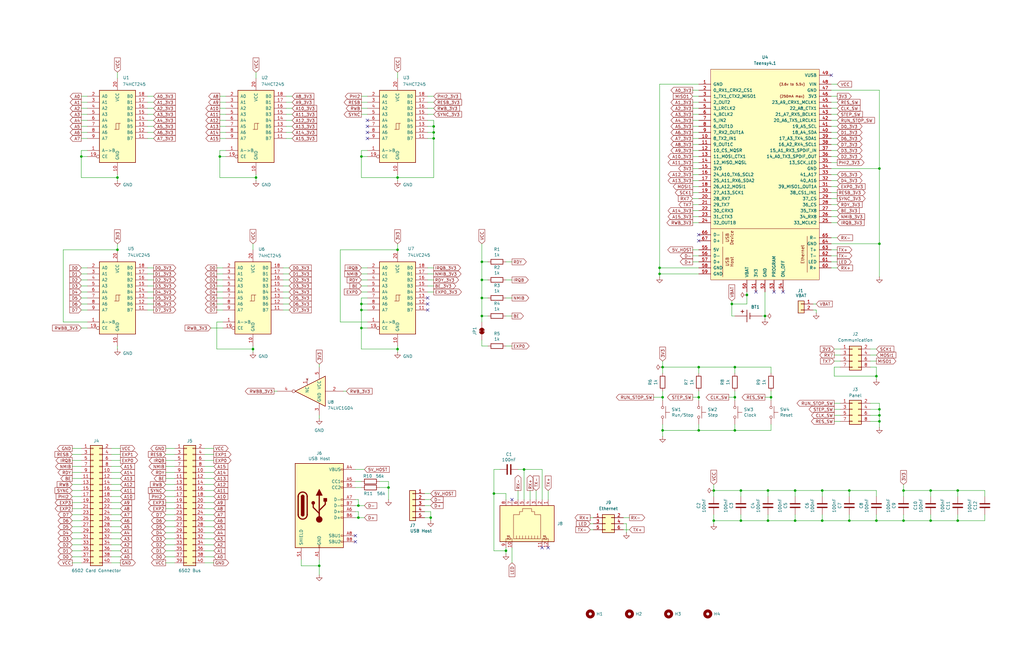
<source format=kicad_sch>
(kicad_sch (version 20250114) (generator "eeschema") (generator_version "9.0")
  (paper "USLedger")
  (title_block (title "6502 Dev Board") (date "2025-09-26") (rev "1.0") (company "A.C. Wright Design"))
  (junction (at 370.84 71.12))
  (junction (at 203.2 133.35))
  (junction (at 335.28 207.01))
  (junction (at 279.4 154.94))
  (junction (at 151.13 213.36))
  (junction (at 309.88 181.61))
  (junction (at 381 219.71))
  (junction (at 167.64 147.32))
  (junction (at 300.99 207.01))
  (junction (at 294.64 154.94))
  (junction (at 182.88 55.88))
  (junction (at 308.61 128.27))
  (junction (at 181.61 218.44))
  (junction (at 92.71 66.04))
  (junction (at 370.84 175.26))
  (junction (at 370.84 177.8))
  (junction (at 278.13 115.57))
  (junction (at 49.53 105.41))
  (junction (at 34.29 66.04))
  (junction (at 322.58 133.35))
  (junction (at 294.64 181.61))
  (junction (at 151.13 218.44))
  (junction (at 152.4 66.04))
  (junction (at 323.85 207.01))
  (junction (at 370.84 172.72))
  (junction (at 213.36 232.41))
  (junction (at 203.2 125.73))
  (junction (at 370.84 102.87))
  (junction (at 381 207.01))
  (junction (at 278.13 113.03))
  (junction (at 312.42 207.01))
  (junction (at 203.2 118.11))
  (junction (at 279.4 181.61))
  (junction (at 152.4 138.43))
  (junction (at 369.57 158.75))
  (junction (at 309.88 154.94))
  (junction (at 325.12 167.64))
  (junction (at 203.2 110.49))
  (junction (at 309.88 167.64))
  (junction (at 163.83 205.74))
  (junction (at 369.57 219.71))
  (junction (at 312.42 219.71))
  (junction (at 106.68 147.32))
  (junction (at 346.71 219.71))
  (junction (at 220.98 198.12))
  (junction (at 314.96 124.46))
  (junction (at 358.14 219.71))
  (junction (at 49.53 74.93))
  (junction (at 403.86 219.71))
  (junction (at 182.88 53.34))
  (junction (at 300.99 219.71))
  (junction (at 107.95 74.93))
  (junction (at 392.43 207.01))
  (junction (at 323.85 219.71))
  (junction (at 167.64 74.93))
  (junction (at 167.64 105.41))
  (junction (at 358.14 207.01))
  (junction (at 403.86 207.01))
  (junction (at 152.4 128.27))
  (junction (at 182.88 58.42))
  (junction (at 294.64 167.64))
  (junction (at 152.4 130.81))
  (junction (at 346.71 207.01))
  (junction (at 279.4 167.64))
  (junction (at 208.28 208.28))
  (junction (at 134.62 238.76))
  (junction (at 335.28 219.71))
  (junction (at 392.43 219.71))
  (no_connect (at 180.34 130.81))
  (no_connect (at 154.94 53.34))
  (no_connect (at 231.14 231.14))
  (no_connect (at 350.52 31.75))
  (no_connect (at 180.34 128.27))
  (no_connect (at 154.94 55.88))
  (no_connect (at 215.9 210.82))
  (no_connect (at 149.86 228.6))
  (no_connect (at 228.6 231.14))
  (no_connect (at 326.39 123.19))
  (no_connect (at 149.86 226.06))
  (no_connect (at 330.2 123.19))
  (no_connect (at 154.94 50.8))
  (no_connect (at 318.77 123.19))
  (no_connect (at 154.94 58.42))
  (no_connect (at 294.64 101.6))
  (no_connect (at 294.64 99.06))
  (no_connect (at 180.34 125.73))
  (wire (pts (xy 144.78 165.1) (xy 146.05 165.1)))
  (wire (pts (xy 351.79 175.26) (xy 354.33 175.26)))
  (wire (pts (xy 90.17 214.63) (xy 86.36 214.63)))
  (wire (pts (xy 228.6 210.82) (xy 228.6 198.12)))
  (wire (pts (xy 346.71 207.01) (xy 346.71 209.55)))
  (wire (pts (xy 308.61 127) (xy 308.61 128.27)))
  (wire (pts (xy 73.66 232.41) (xy 69.85 232.41)))
  (wire (pts (xy 30.48 189.23) (xy 34.29 189.23)))
  (wire (pts (xy 90.17 224.79) (xy 86.36 224.79)))
  (wire (pts (xy 344.17 132.08) (xy 344.17 130.81)))
  (wire (pts (xy 350.52 78.74) (xy 353.06 78.74)))
  (wire (pts (xy 213.36 118.11) (xy 215.9 118.11)))
  (wire (pts (xy 381 207.01) (xy 392.43 207.01)))
  (wire (pts (xy 152.4 125.73) (xy 154.94 125.73)))
  (wire (pts (xy 294.64 154.94) (xy 309.88 154.94)))
  (wire (pts (xy 62.23 45.72) (xy 64.77 45.72)))
  (wire (pts (xy 62.23 53.34) (xy 64.77 53.34)))
  (wire (pts (xy 335.28 217.17) (xy 335.28 219.71)))
  (wire (pts (xy 90.17 229.87) (xy 86.36 229.87)))
  (wire (pts (xy 36.83 63.5) (xy 34.29 63.5)))
  (wire (pts (xy 50.8 214.63) (xy 46.99 214.63)))
  (wire (pts (xy 278.13 115.57) (xy 294.64 115.57)))
  (wire (pts (xy 90.17 234.95) (xy 86.36 234.95)))
  (wire (pts (xy 149.86 203.2) (xy 152.4 203.2)))
  (wire (pts (xy 415.29 207.01) (xy 403.86 207.01)))
  (wire (pts (xy 323.85 217.17) (xy 323.85 219.71)))
  (wire (pts (xy 370.84 172.72) (xy 370.84 170.18)))
  (wire (pts (xy 86.36 191.77) (xy 90.17 191.77)))
  (wire (pts (xy 69.85 201.93) (xy 73.66 201.93)))
  (wire (pts (xy 403.86 209.55) (xy 403.86 207.01)))
  (wire (pts (xy 134.62 236.22) (xy 134.62 238.76)))
  (wire (pts (xy 350.52 71.12) (xy 370.84 71.12)))
  (wire (pts (xy 292.1 71.12) (xy 294.64 71.12)))
  (wire (pts (xy 351.79 147.32) (xy 354.33 147.32)))
  (wire (pts (xy 62.23 50.8) (xy 64.77 50.8)))
  (wire (pts (xy 34.29 50.8) (xy 36.83 50.8)))
  (wire (pts (xy 69.85 214.63) (xy 73.66 214.63)))
  (wire (pts (xy 182.88 53.34) (xy 182.88 55.88)))
  (wire (pts (xy 292.1 63.5) (xy 294.64 63.5)))
  (wire (pts (xy 34.29 123.19) (xy 36.83 123.19)))
  (wire (pts (xy 167.64 102.87) (xy 167.64 105.41)))
  (wire (pts (xy 180.34 120.65) (xy 182.88 120.65)))
  (wire (pts (xy 90.17 199.39) (xy 86.36 199.39)))
  (wire (pts (xy 370.84 102.87) (xy 370.84 116.84)))
  (wire (pts (xy 152.4 130.81) (xy 152.4 138.43)))
  (wire (pts (xy 292.1 83.82) (xy 294.64 83.82)))
  (wire (pts (xy 182.88 58.42) (xy 182.88 74.93)))
  (wire (pts (xy 203.2 125.73) (xy 205.74 125.73)))
  (wire (pts (xy 292.1 48.26) (xy 294.64 48.26)))
  (wire (pts (xy 381 204.47) (xy 381 207.01)))
  (wire (pts (xy 415.29 219.71) (xy 403.86 219.71)))
  (wire (pts (xy 151.13 215.9) (xy 151.13 218.44)))
  (wire (pts (xy 325.12 181.61) (xy 309.88 181.61)))
  (wire (pts (xy 92.71 66.04) (xy 95.25 66.04)))
  (wire (pts (xy 262.89 218.44) (xy 265.43 218.44)))
  (wire (pts (xy 62.23 40.64) (xy 64.77 40.64)))
  (wire (pts (xy 314.96 123.19) (xy 314.96 124.46)))
  (wire (pts (xy 69.85 234.95) (xy 73.66 234.95)))
  (wire (pts (xy 351.79 154.94) (xy 351.79 158.75)))
  (wire (pts (xy 346.71 217.17) (xy 346.71 219.71)))
  (wire (pts (xy 350.52 100.33) (xy 353.06 100.33)))
  (wire (pts (xy 292.1 81.28) (xy 294.64 81.28)))
  (wire (pts (xy 127 236.22) (xy 127 238.76)))
  (wire (pts (xy 86.36 232.41) (xy 90.17 232.41)))
  (wire (pts (xy 46.99 191.77) (xy 50.8 191.77)))
  (wire (pts (xy 314.96 128.27) (xy 308.61 128.27)))
  (wire (pts (xy 369.57 154.94) (xy 369.57 158.75)))
  (wire (pts (xy 350.52 91.44) (xy 353.06 91.44)))
  (wire (pts (xy 350.52 48.26) (xy 353.06 48.26)))
  (wire (pts (xy 369.57 207.01) (xy 369.57 209.55)))
  (wire (pts (xy 370.84 177.8) (xy 370.84 180.34)))
  (wire (pts (xy 163.83 203.2) (xy 163.83 205.74)))
  (wire (pts (xy 350.52 86.36) (xy 353.06 86.36)))
  (wire (pts (xy 180.34 43.18) (xy 182.88 43.18)))
  (wire (pts (xy 127 238.76) (xy 134.62 238.76)))
  (wire (pts (xy 34.29 43.18) (xy 36.83 43.18)))
  (wire (pts (xy 370.84 177.8) (xy 370.84 175.26)))
  (wire (pts (xy 69.85 196.85) (xy 73.66 196.85)))
  (wire (pts (xy 248.92 223.52) (xy 250.19 223.52)))
  (wire (pts (xy 367.03 175.26) (xy 370.84 175.26)))
  (wire (pts (xy 248.92 220.98) (xy 250.19 220.98)))
  (wire (pts (xy 30.48 201.93) (xy 34.29 201.93)))
  (wire (pts (xy 73.66 222.25) (xy 69.85 222.25)))
  (wire (pts (xy 292.1 68.58) (xy 294.64 68.58)))
  (wire (pts (xy 203.2 133.35) (xy 203.2 125.73)))
  (wire (pts (xy 392.43 217.17) (xy 392.43 219.71)))
  (wire (pts (xy 208.28 198.12) (xy 208.28 208.28)))
  (wire (pts (xy 49.53 146.05) (xy 49.53 147.32)))
  (wire (pts (xy 30.48 229.87) (xy 34.29 229.87)))
  (wire (pts (xy 50.8 199.39) (xy 46.99 199.39)))
  (wire (pts (xy 213.36 232.41) (xy 213.36 233.68)))
  (wire (pts (xy 182.88 55.88) (xy 182.88 58.42)))
  (wire (pts (xy 152.4 74.93) (xy 167.64 74.93)))
  (wire (pts (xy 346.71 219.71) (xy 358.14 219.71)))
  (wire (pts (xy 180.34 40.64) (xy 182.88 40.64)))
  (wire (pts (xy 30.48 196.85) (xy 34.29 196.85)))
  (wire (pts (xy 86.36 207.01) (xy 90.17 207.01)))
  (wire (pts (xy 292.1 93.98) (xy 294.64 93.98)))
  (wire (pts (xy 292.1 76.2) (xy 294.64 76.2)))
  (wire (pts (xy 278.13 115.57) (xy 278.13 116.84)))
  (wire (pts (xy 312.42 207.01) (xy 300.99 207.01)))
  (wire (pts (xy 167.64 74.93) (xy 167.64 76.2)))
  (wire (pts (xy 26.67 135.89) (xy 26.67 105.41)))
  (wire (pts (xy 205.74 133.35) (xy 203.2 133.35)))
  (wire (pts (xy 30.48 204.47) (xy 34.29 204.47)))
  (wire (pts (xy 143.51 135.89) (xy 143.51 105.41)))
  (wire (pts (xy 69.85 199.39) (xy 73.66 199.39)))
  (wire (pts (xy 143.51 105.41) (xy 167.64 105.41)))
  (wire (pts (xy 92.71 63.5) (xy 92.71 66.04)))
  (wire (pts (xy 30.48 219.71) (xy 34.29 219.71)))
  (wire (pts (xy 34.29 125.73) (xy 36.83 125.73)))
  (wire (pts (xy 91.44 135.89) (xy 91.44 147.32)))
  (wire (pts (xy 358.14 219.71) (xy 369.57 219.71)))
  (wire (pts (xy 69.85 189.23) (xy 73.66 189.23)))
  (wire (pts (xy 350.52 110.49) (xy 353.06 110.49)))
  (wire (pts (xy 30.48 199.39) (xy 34.29 199.39)))
  (wire (pts (xy 91.44 147.32) (xy 106.68 147.32)))
  (wire (pts (xy 34.29 222.25) (xy 30.48 222.25)))
  (wire (pts (xy 312.42 217.17) (xy 312.42 219.71)))
  (wire (pts (xy 106.68 146.05) (xy 106.68 147.32)))
  (wire (pts (xy 120.65 50.8) (xy 123.19 50.8)))
  (wire (pts (xy 46.99 196.85) (xy 50.8 196.85)))
  (wire (pts (xy 350.52 76.2) (xy 353.06 76.2)))
  (wire (pts (xy 152.4 120.65) (xy 154.94 120.65)))
  (wire (pts (xy 154.94 138.43) (xy 152.4 138.43)))
  (wire (pts (xy 231.14 207.01) (xy 231.14 210.82)))
  (wire (pts (xy 86.36 212.09) (xy 90.17 212.09)))
  (wire (pts (xy 309.88 167.64) (xy 309.88 168.91)))
  (wire (pts (xy 279.4 165.1) (xy 279.4 167.64)))
  (wire (pts (xy 208.28 208.28) (xy 208.28 232.41)))
  (wire (pts (xy 152.4 125.73) (xy 152.4 128.27)))
  (wire (pts (xy 91.44 115.57) (xy 93.98 115.57)))
  (wire (pts (xy 119.38 123.19) (xy 121.92 123.19)))
  (wire (pts (xy 34.29 45.72) (xy 36.83 45.72)))
  (wire (pts (xy 403.86 217.17) (xy 403.86 219.71)))
  (wire (pts (xy 205.74 146.05) (xy 203.2 146.05)))
  (wire (pts (xy 180.34 123.19) (xy 182.88 123.19)))
  (wire (pts (xy 367.03 170.18) (xy 370.84 170.18)))
  (wire (pts (xy 46.99 201.93) (xy 50.8 201.93)))
  (wire (pts (xy 86.36 201.93) (xy 90.17 201.93)))
  (wire (pts (xy 350.52 58.42) (xy 353.06 58.42)))
  (wire (pts (xy 181.61 215.9) (xy 181.61 218.44)))
  (wire (pts (xy 73.66 227.33) (xy 69.85 227.33)))
  (wire (pts (xy 342.9 128.27) (xy 344.17 128.27)))
  (wire (pts (xy 369.57 217.17) (xy 369.57 219.71)))
  (wire (pts (xy 34.29 118.11) (xy 36.83 118.11)))
  (wire (pts (xy 30.48 212.09) (xy 34.29 212.09)))
  (wire (pts (xy 92.71 50.8) (xy 95.25 50.8)))
  (wire (pts (xy 179.07 218.44) (xy 181.61 218.44)))
  (wire (pts (xy 279.4 152.4) (xy 279.4 154.94)))
  (wire (pts (xy 350.52 50.8) (xy 353.06 50.8)))
  (wire (pts (xy 49.53 73.66) (xy 49.53 74.93)))
  (wire (pts (xy 323.85 219.71) (xy 335.28 219.71)))
  (wire (pts (xy 370.84 71.12) (xy 370.84 102.87)))
  (wire (pts (xy 34.29 74.93) (xy 49.53 74.93)))
  (wire (pts (xy 119.38 113.03) (xy 121.92 113.03)))
  (wire (pts (xy 300.99 217.17) (xy 300.99 219.71)))
  (wire (pts (xy 34.29 207.01) (xy 30.48 207.01)))
  (wire (pts (xy 95.25 63.5) (xy 92.71 63.5)))
  (wire (pts (xy 134.62 175.26) (xy 134.62 176.53)))
  (wire (pts (xy 279.4 181.61) (xy 294.64 181.61)))
  (wire (pts (xy 213.36 146.05) (xy 215.9 146.05)))
  (wire (pts (xy 154.94 135.89) (xy 143.51 135.89)))
  (wire (pts (xy 92.71 45.72) (xy 95.25 45.72)))
  (wire (pts (xy 120.65 48.26) (xy 123.19 48.26)))
  (wire (pts (xy 167.64 146.05) (xy 167.64 147.32)))
  (wire (pts (xy 69.85 209.55) (xy 73.66 209.55)))
  (wire (pts (xy 350.52 102.87) (xy 370.84 102.87)))
  (wire (pts (xy 292.1 45.72) (xy 294.64 45.72)))
  (wire (pts (xy 179.07 208.28) (xy 181.61 208.28)))
  (wire (pts (xy 46.99 232.41) (xy 50.8 232.41)))
  (wire (pts (xy 92.71 58.42) (xy 95.25 58.42)))
  (wire (pts (xy 152.4 147.32) (xy 167.64 147.32)))
  (wire (pts (xy 152.4 66.04) (xy 152.4 74.93)))
  (wire (pts (xy 213.36 125.73) (xy 215.9 125.73)))
  (wire (pts (xy 62.23 130.81) (xy 64.77 130.81)))
  (wire (pts (xy 215.9 231.14) (xy 215.9 237.49)))
  (wire (pts (xy 73.66 207.01) (xy 69.85 207.01)))
  (wire (pts (xy 106.68 147.32) (xy 106.68 148.59)))
  (wire (pts (xy 152.4 45.72) (xy 154.94 45.72)))
  (wire (pts (xy 91.44 120.65) (xy 93.98 120.65)))
  (wire (pts (xy 350.52 81.28) (xy 353.06 81.28)))
  (wire (pts (xy 279.4 179.07) (xy 279.4 181.61)))
  (wire (pts (xy 179.07 210.82) (xy 181.61 210.82)))
  (wire (pts (xy 351.79 158.75) (xy 369.57 158.75)))
  (wire (pts (xy 92.71 40.64) (xy 95.25 40.64)))
  (wire (pts (xy 86.36 189.23) (xy 90.17 189.23)))
  (wire (pts (xy 210.82 198.12) (xy 208.28 198.12)))
  (wire (pts (xy 34.29 128.27) (xy 36.83 128.27)))
  (wire (pts (xy 90.17 209.55) (xy 86.36 209.55)))
  (wire (pts (xy 350.52 113.03) (xy 353.06 113.03)))
  (wire (pts (xy 278.13 35.56) (xy 278.13 113.03)))
  (wire (pts (xy 292.1 88.9) (xy 294.64 88.9)))
  (wire (pts (xy 46.99 227.33) (xy 50.8 227.33)))
  (wire (pts (xy 294.64 165.1) (xy 294.64 167.64)))
  (wire (pts (xy 92.71 48.26) (xy 95.25 48.26)))
  (wire (pts (xy 203.2 118.11) (xy 205.74 118.11)))
  (wire (pts (xy 292.1 73.66) (xy 294.64 73.66)))
  (wire (pts (xy 351.79 149.86) (xy 354.33 149.86)))
  (wire (pts (xy 34.29 120.65) (xy 36.83 120.65)))
  (wire (pts (xy 292.1 107.95) (xy 294.64 107.95)))
  (wire (pts (xy 279.4 154.94) (xy 294.64 154.94)))
  (wire (pts (xy 367.03 172.72) (xy 370.84 172.72)))
  (wire (pts (xy 107.95 30.48) (xy 107.95 33.02)))
  (wire (pts (xy 292.1 167.64) (xy 294.64 167.64)))
  (wire (pts (xy 86.36 222.25) (xy 90.17 222.25)))
  (wire (pts (xy 50.8 204.47) (xy 46.99 204.47)))
  (wire (pts (xy 167.64 30.48) (xy 167.64 33.02)))
  (wire (pts (xy 119.38 118.11) (xy 121.92 118.11)))
  (wire (pts (xy 325.12 167.64) (xy 325.12 168.91)))
  (wire (pts (xy 264.16 224.79) (xy 264.16 220.98)))
  (wire (pts (xy 120.65 53.34) (xy 123.19 53.34)))
  (wire (pts (xy 346.71 207.01) (xy 358.14 207.01)))
  (wire (pts (xy 392.43 207.01) (xy 403.86 207.01)))
  (wire (pts (xy 34.29 232.41) (xy 30.48 232.41)))
  (wire (pts (xy 203.2 143.51) (xy 203.2 146.05)))
  (wire (pts (xy 369.57 219.71) (xy 381 219.71)))
  (wire (pts (xy 152.4 115.57) (xy 154.94 115.57)))
  (wire (pts (xy 34.29 138.43) (xy 36.83 138.43)))
  (wire (pts (xy 415.29 209.55) (xy 415.29 207.01)))
  (wire (pts (xy 119.38 130.81) (xy 121.92 130.81)))
  (wire (pts (xy 149.86 213.36) (xy 151.13 213.36)))
  (wire (pts (xy 149.86 198.12) (xy 153.67 198.12)))
  (wire (pts (xy 220.98 198.12) (xy 220.98 210.82)))
  (wire (pts (xy 381 219.71) (xy 392.43 219.71)))
  (wire (pts (xy 90.17 219.71) (xy 86.36 219.71)))
  (wire (pts (xy 119.38 115.57) (xy 121.92 115.57)))
  (wire (pts (xy 322.58 123.19) (xy 322.58 133.35)))
  (wire (pts (xy 120.65 55.88) (xy 123.19 55.88)))
  (wire (pts (xy 46.99 189.23) (xy 50.8 189.23)))
  (wire (pts (xy 279.4 181.61) (xy 279.4 184.15)))
  (wire (pts (xy 323.85 207.01) (xy 323.85 209.55)))
  (wire (pts (xy 62.23 55.88) (xy 64.77 55.88)))
  (wire (pts (xy 218.44 207.01) (xy 218.44 210.82)))
  (wire (pts (xy 322.58 134.62) (xy 322.58 133.35)))
  (wire (pts (xy 381 217.17) (xy 381 219.71)))
  (wire (pts (xy 300.99 219.71) (xy 300.99 220.98)))
  (wire (pts (xy 292.1 50.8) (xy 294.64 50.8)))
  (wire (pts (xy 264.16 220.98) (xy 262.89 220.98)))
  (wire (pts (xy 180.34 50.8) (xy 182.88 50.8)))
  (wire (pts (xy 69.85 219.71) (xy 73.66 219.71)))
  (wire (pts (xy 86.36 217.17) (xy 90.17 217.17)))
  (wire (pts (xy 152.4 118.11) (xy 154.94 118.11)))
  (wire (pts (xy 294.64 35.56) (xy 278.13 35.56)))
  (wire (pts (xy 107.95 74.93) (xy 107.95 76.2)))
  (wire (pts (xy 34.29 66.04) (xy 36.83 66.04)))
  (wire (pts (xy 149.86 218.44) (xy 151.13 218.44)))
  (wire (pts (xy 160.02 205.74) (xy 163.83 205.74)))
  (wire (pts (xy 350.52 93.98) (xy 353.06 93.98)))
  (wire (pts (xy 34.29 130.81) (xy 36.83 130.81)))
  (wire (pts (xy 312.42 219.71) (xy 300.99 219.71)))
  (wire (pts (xy 62.23 118.11) (xy 64.77 118.11)))
  (wire (pts (xy 325.12 179.07) (xy 325.12 181.61)))
  (wire (pts (xy 309.88 181.61) (xy 309.88 179.07)))
  (wire (pts (xy 62.23 123.19) (xy 64.77 123.19)))
  (wire (pts (xy 307.34 167.64) (xy 309.88 167.64)))
  (wire (pts (xy 90.17 204.47) (xy 86.36 204.47)))
  (wire (pts (xy 292.1 86.36) (xy 294.64 86.36)))
  (wire (pts (xy 149.86 205.74) (xy 152.4 205.74)))
  (wire (pts (xy 351.79 177.8) (xy 354.33 177.8)))
  (wire (pts (xy 152.4 48.26) (xy 154.94 48.26)))
  (wire (pts (xy 50.8 229.87) (xy 46.99 229.87)))
  (wire (pts (xy 294.64 179.07) (xy 294.64 181.61)))
  (wire (pts (xy 92.71 43.18) (xy 95.25 43.18)))
  (wire (pts (xy 228.6 198.12) (xy 220.98 198.12)))
  (wire (pts (xy 292.1 55.88) (xy 294.64 55.88)))
  (wire (pts (xy 46.99 217.17) (xy 50.8 217.17)))
  (wire (pts (xy 208.28 232.41) (xy 213.36 232.41)))
  (wire (pts (xy 62.23 48.26) (xy 64.77 48.26)))
  (wire (pts (xy 30.48 234.95) (xy 34.29 234.95)))
  (wire (pts (xy 203.2 110.49) (xy 203.2 118.11)))
  (wire (pts (xy 213.36 231.14) (xy 213.36 232.41)))
  (wire (pts (xy 62.23 125.73) (xy 64.77 125.73)))
  (wire (pts (xy 62.23 115.57) (xy 64.77 115.57)))
  (wire (pts (xy 34.29 115.57) (xy 36.83 115.57)))
  (wire (pts (xy 152.4 113.03) (xy 154.94 113.03)))
  (wire (pts (xy 62.23 120.65) (xy 64.77 120.65)))
  (wire (pts (xy 322.58 167.64) (xy 325.12 167.64)))
  (wire (pts (xy 294.64 181.61) (xy 309.88 181.61)))
  (wire (pts (xy 350.52 66.04) (xy 353.06 66.04)))
  (wire (pts (xy 46.99 194.31) (xy 50.8 194.31)))
  (wire (pts (xy 292.1 40.64) (xy 294.64 40.64)))
  (wire (pts (xy 350.52 43.18) (xy 353.06 43.18)))
  (wire (pts (xy 279.4 154.94) (xy 279.4 157.48)))
  (wire (pts (xy 350.52 83.82) (xy 353.06 83.82)))
  (wire (pts (xy 149.86 215.9) (xy 151.13 215.9)))
  (wire (pts (xy 325.12 154.94) (xy 309.88 154.94)))
  (wire (pts (xy 182.88 50.8) (xy 182.88 53.34)))
  (wire (pts (xy 120.65 40.64) (xy 123.19 40.64)))
  (wire (pts (xy 46.99 207.01) (xy 50.8 207.01)))
  (wire (pts (xy 367.03 149.86) (xy 369.57 149.86)))
  (wire (pts (xy 300.99 204.47) (xy 300.99 207.01)))
  (wire (pts (xy 180.34 53.34) (xy 182.88 53.34)))
  (wire (pts (xy 91.44 128.27) (xy 93.98 128.27)))
  (wire (pts (xy 92.71 55.88) (xy 95.25 55.88)))
  (wire (pts (xy 292.1 38.1) (xy 294.64 38.1)))
  (wire (pts (xy 350.52 88.9) (xy 353.06 88.9)))
  (wire (pts (xy 350.52 38.1) (xy 370.84 38.1)))
  (wire (pts (xy 34.29 53.34) (xy 36.83 53.34)))
  (wire (pts (xy 292.1 110.49) (xy 294.64 110.49)))
  (wire (pts (xy 203.2 102.87) (xy 203.2 110.49)))
  (wire (pts (xy 226.06 207.01) (xy 226.06 210.82)))
  (wire (pts (xy 62.23 58.42) (xy 64.77 58.42)))
  (wire (pts (xy 62.23 43.18) (xy 64.77 43.18)))
  (wire (pts (xy 308.61 133.35) (xy 309.88 133.35)))
  (wire (pts (xy 86.36 237.49) (xy 90.17 237.49)))
  (wire (pts (xy 152.4 66.04) (xy 154.94 66.04)))
  (wire (pts (xy 358.14 207.01) (xy 369.57 207.01)))
  (wire (pts (xy 34.29 55.88) (xy 36.83 55.88)))
  (wire (pts (xy 335.28 207.01) (xy 335.28 209.55)))
  (wire (pts (xy 151.13 213.36) (xy 153.67 213.36)))
  (wire (pts (xy 134.62 153.67) (xy 134.62 154.94)))
  (wire (pts (xy 312.42 219.71) (xy 323.85 219.71)))
  (wire (pts (xy 49.53 102.87) (xy 49.53 105.41)))
  (wire (pts (xy 335.28 219.71) (xy 346.71 219.71)))
  (wire (pts (xy 154.94 63.5) (xy 152.4 63.5)))
  (wire (pts (xy 354.33 154.94) (xy 351.79 154.94)))
  (wire (pts (xy 34.29 40.64) (xy 36.83 40.64)))
  (wire (pts (xy 292.1 91.44) (xy 294.64 91.44)))
  (wire (pts (xy 180.34 118.11) (xy 182.88 118.11)))
  (wire (pts (xy 167.64 147.32) (xy 167.64 148.59)))
  (wire (pts (xy 152.4 138.43) (xy 152.4 147.32)))
  (wire (pts (xy 50.8 209.55) (xy 46.99 209.55)))
  (wire (pts (xy 325.12 165.1) (xy 325.12 167.64)))
  (wire (pts (xy 62.23 113.03) (xy 64.77 113.03)))
  (wire (pts (xy 179.07 213.36) (xy 181.61 213.36)))
  (wire (pts (xy 292.1 43.18) (xy 294.64 43.18)))
  (wire (pts (xy 69.85 191.77) (xy 73.66 191.77)))
  (wire (pts (xy 358.14 207.01) (xy 358.14 209.55)))
  (wire (pts (xy 152.4 43.18) (xy 154.94 43.18)))
  (wire (pts (xy 86.36 196.85) (xy 90.17 196.85)))
  (wire (pts (xy 182.88 74.93) (xy 167.64 74.93)))
  (wire (pts (xy 69.85 204.47) (xy 73.66 204.47)))
  (wire (pts (xy 69.85 237.49) (xy 73.66 237.49)))
  (wire (pts (xy 86.36 227.33) (xy 90.17 227.33)))
  (wire (pts (xy 151.13 218.44) (xy 153.67 218.44)))
  (wire (pts (xy 50.8 219.71) (xy 46.99 219.71)))
  (wire (pts (xy 73.66 217.17) (xy 69.85 217.17)))
  (wire (pts (xy 180.34 48.26) (xy 182.88 48.26)))
  (wire (pts (xy 351.79 172.72) (xy 354.33 172.72)))
  (wire (pts (xy 292.1 53.34) (xy 294.64 53.34)))
  (wire (pts (xy 278.13 113.03) (xy 294.64 113.03)))
  (wire (pts (xy 152.4 130.81) (xy 154.94 130.81)))
  (wire (pts (xy 350.52 68.58) (xy 353.06 68.58)))
  (wire (pts (xy 180.34 55.88) (xy 182.88 55.88)))
  (wire (pts (xy 69.85 212.09) (xy 73.66 212.09)))
  (wire (pts (xy 292.1 105.41) (xy 294.64 105.41)))
  (wire (pts (xy 279.4 167.64) (xy 279.4 168.91)))
  (wire (pts (xy 213.36 208.28) (xy 208.28 208.28)))
  (wire (pts (xy 119.38 125.73) (xy 121.92 125.73)))
  (wire (pts (xy 294.64 167.64) (xy 294.64 168.91)))
  (wire (pts (xy 213.36 133.35) (xy 215.9 133.35)))
  (wire (pts (xy 392.43 207.01) (xy 392.43 209.55)))
  (wire (pts (xy 325.12 157.48) (xy 325.12 154.94)))
  (wire (pts (xy 213.36 210.82) (xy 213.36 208.28)))
  (wire (pts (xy 49.53 30.48) (xy 49.53 33.02)))
  (wire (pts (xy 92.71 74.93) (xy 107.95 74.93)))
  (wire (pts (xy 34.29 66.04) (xy 34.29 74.93)))
  (wire (pts (xy 152.4 63.5) (xy 152.4 66.04)))
  (wire (pts (xy 30.48 224.79) (xy 34.29 224.79)))
  (wire (pts (xy 46.99 222.25) (xy 50.8 222.25)))
  (wire (pts (xy 91.44 125.73) (xy 93.98 125.73)))
  (wire (pts (xy 342.9 130.81) (xy 344.17 130.81)))
  (wire (pts (xy 49.53 74.93) (xy 49.53 76.2)))
  (wire (pts (xy 69.85 194.31) (xy 73.66 194.31)))
  (wire (pts (xy 213.36 110.49) (xy 215.9 110.49)))
  (wire (pts (xy 119.38 120.65) (xy 121.92 120.65)))
  (wire (pts (xy 351.79 170.18) (xy 354.33 170.18)))
  (wire (pts (xy 415.29 217.17) (xy 415.29 219.71)))
  (wire (pts (xy 309.88 165.1) (xy 309.88 167.64)))
  (wire (pts (xy 30.48 237.49) (xy 34.29 237.49)))
  (wire (pts (xy 179.07 215.9) (xy 181.61 215.9)))
  (wire (pts (xy 300.99 207.01) (xy 300.99 209.55)))
  (wire (pts (xy 120.65 58.42) (xy 123.19 58.42)))
  (wire (pts (xy 69.85 229.87) (xy 73.66 229.87)))
  (wire (pts (xy 350.52 60.96) (xy 353.06 60.96)))
  (wire (pts (xy 50.8 234.95) (xy 46.99 234.95)))
  (wire (pts (xy 350.52 73.66) (xy 353.06 73.66)))
  (wire (pts (xy 46.99 237.49) (xy 50.8 237.49)))
  (wire (pts (xy 294.64 154.94) (xy 294.64 157.48)))
  (wire (pts (xy 292.1 58.42) (xy 294.64 58.42)))
  (wire (pts (xy 30.48 209.55) (xy 34.29 209.55)))
  (wire (pts (xy 350.52 45.72) (xy 353.06 45.72)))
  (wire (pts (xy 292.1 60.96) (xy 294.64 60.96)))
  (wire (pts (xy 34.29 227.33) (xy 30.48 227.33)))
  (wire (pts (xy 92.71 53.34) (xy 95.25 53.34)))
  (wire (pts (xy 314.96 124.46) (xy 314.96 128.27)))
  (wire (pts (xy 34.29 48.26) (xy 36.83 48.26)))
  (wire (pts (xy 323.85 207.01) (xy 335.28 207.01)))
  (wire (pts (xy 93.98 135.89) (xy 91.44 135.89)))
  (wire (pts (xy 26.67 105.41) (xy 49.53 105.41)))
  (wire (pts (xy 34.29 63.5) (xy 34.29 66.04)))
  (wire (pts (xy 120.65 43.18) (xy 123.19 43.18)))
  (wire (pts (xy 367.03 152.4) (xy 369.57 152.4)))
  (wire (pts (xy 335.28 207.01) (xy 346.71 207.01)))
  (wire (pts (xy 91.44 113.03) (xy 93.98 113.03)))
  (wire (pts (xy 248.92 218.44) (xy 250.19 218.44)))
  (wire (pts (xy 34.29 113.03) (xy 36.83 113.03)))
  (wire (pts (xy 370.84 175.26) (xy 370.84 172.72)))
  (wire (pts (xy 279.4 167.64) (xy 275.59 167.64)))
  (wire (pts (xy 134.62 238.76) (xy 134.62 242.57)))
  (wire (pts (xy 350.52 35.56) (xy 353.06 35.56)))
  (wire (pts (xy 107.95 73.66) (xy 107.95 74.93)))
  (wire (pts (xy 91.44 123.19) (xy 93.98 123.19)))
  (wire (pts (xy 92.71 66.04) (xy 92.71 74.93)))
  (wire (pts (xy 218.44 198.12) (xy 220.98 198.12)))
  (wire (pts (xy 292.1 66.04) (xy 294.64 66.04)))
  (wire (pts (xy 160.02 203.2) (xy 163.83 203.2)))
  (wire (pts (xy 312.42 209.55) (xy 312.42 207.01)))
  (wire (pts (xy 91.44 118.11) (xy 93.98 118.11)))
  (wire (pts (xy 180.34 58.42) (xy 182.88 58.42)))
  (wire (pts (xy 91.44 130.81) (xy 93.98 130.81)))
  (wire (pts (xy 367.03 154.94) (xy 369.57 154.94)))
  (wire (pts (xy 180.34 113.03) (xy 182.88 113.03)))
  (wire (pts (xy 46.99 212.09) (xy 50.8 212.09)))
  (wire (pts (xy 30.48 194.31) (xy 34.29 194.31)))
  (wire (pts (xy 152.4 40.64) (xy 154.94 40.64)))
  (wire (pts (xy 120.65 45.72) (xy 123.19 45.72)))
  (wire (pts (xy 321.31 133.35) (xy 322.58 133.35)))
  (wire (pts (xy 223.52 207.01) (xy 223.52 210.82)))
  (wire (pts (xy 351.79 152.4) (xy 354.33 152.4)))
  (wire (pts (xy 181.61 218.44) (xy 181.61 219.71)))
  (wire (pts (xy 392.43 219.71) (xy 403.86 219.71)))
  (wire (pts (xy 308.61 128.27) (xy 308.61 133.35)))
  (wire (pts (xy 292.1 78.74) (xy 294.64 78.74)))
  (wire (pts (xy 203.2 110.49) (xy 205.74 110.49)))
  (wire (pts (xy 30.48 214.63) (xy 34.29 214.63)))
  (wire (pts (xy 88.9 138.43) (xy 93.98 138.43)))
  (wire (pts (xy 151.13 210.82) (xy 151.13 213.36)))
  (wire (pts (xy 262.89 223.52) (xy 265.43 223.52)))
  (wire (pts (xy 152.4 128.27) (xy 152.4 130.81)))
  (wire (pts (xy 119.38 128.27) (xy 121.92 128.27)))
  (wire (pts (xy 115.57 165.1) (xy 116.84 165.1)))
  (wire (pts (xy 350.52 63.5) (xy 353.06 63.5)))
  (wire (pts (xy 34.29 58.42) (xy 36.83 58.42)))
  (wire (pts (xy 69.85 224.79) (xy 73.66 224.79)))
  (wire (pts (xy 309.88 154.94) (xy 309.88 157.48)))
  (wire (pts (xy 106.68 102.87) (xy 106.68 105.41)))
  (wire (pts (xy 312.42 207.01) (xy 323.85 207.01)))
  (wire (pts (xy 350.52 105.41) (xy 353.06 105.41)))
  (wire (pts (xy 203.2 118.11) (xy 203.2 125.73)))
  (wire (pts (xy 62.23 128.27) (xy 64.77 128.27)))
  (wire (pts (xy 163.83 205.74) (xy 163.83 210.82)))
  (wire (pts (xy 86.36 194.31) (xy 90.17 194.31)))
  (wire (pts (xy 34.29 217.17) (xy 30.48 217.17)))
  (wire (pts (xy 350.52 55.88) (xy 353.06 55.88)))
  (wire (pts (xy 180.34 45.72) (xy 182.88 45.72)))
  (wire (pts (xy 30.48 191.77) (xy 34.29 191.77)))
  (wire (pts (xy 367.03 147.32) (xy 369.57 147.32)))
  (wire (pts (xy 367.03 177.8) (xy 370.84 177.8)))
  (wire (pts (xy 152.4 123.19) (xy 154.94 123.19)))
  (wire (pts (xy 350.52 107.95) (xy 353.06 107.95)))
  (wire (pts (xy 350.52 40.64) (xy 353.06 40.64)))
  (wire (pts (xy 50.8 224.79) (xy 46.99 224.79)))
  (wire (pts (xy 350.52 53.34) (xy 353.06 53.34)))
  (wire (pts (xy 149.86 210.82) (xy 151.13 210.82)))
  (wire (pts (xy 278.13 113.03) (xy 278.13 115.57)))
  (wire (pts (xy 167.64 73.66) (xy 167.64 74.93)))
  (wire (pts (xy 381 207.01) (xy 381 209.55)))
  (wire (pts (xy 152.4 128.27) (xy 154.94 128.27)))
  (wire (pts (xy 203.2 133.35) (xy 203.2 135.89)))
  (wire (pts (xy 36.83 135.89) (xy 26.67 135.89)))
  (wire (pts (xy 369.57 158.75) (xy 369.57 160.02)))
  (wire (pts (xy 358.14 217.17) (xy 358.14 219.71)))
  (wire (pts (xy 370.84 38.1) (xy 370.84 71.12)))
  (wire (pts (xy 180.34 115.57) (xy 182.88 115.57)))
  (global_label "D7_3V3" (shape input) (at 121.92 130.81 0) (property "Intersheetrefs" "${INTERSHEET_REFS}" (effects (hide yes))))
  (global_label "A11" (shape input) (at 90.17 207.01 0) (property "Intersheetrefs" "${INTERSHEET_REFS}" (effects (hide yes))))
  (global_label "D1" (shape output) (at 91.44 115.57 180) (property "Intersheetrefs" "${INTERSHEET_REFS}" (effects (hide yes))))
  (global_label "RESB_3V3" (shape output) (at 353.06 81.28 0) (property "Intersheetrefs" "${INTERSHEET_REFS}" (effects (hide yes))))
  (global_label "D+" (shape output) (at 292.1 110.49 180) (property "Intersheetrefs" "${INTERSHEET_REFS}" (effects (hide yes))))
  (global_label "TX-" (shape input) (at 248.92 223.52 180) (property "Intersheetrefs" "${INTERSHEET_REFS}" (effects (hide yes))))
  (global_label "CLK_SW" (shape input) (at 353.06 45.72 0) (property "Intersheetrefs" "${INTERSHEET_REFS}" (effects (hide yes))))
  (global_label "D2_3V3" (shape output) (at 64.77 118.11 0) (property "Intersheetrefs" "${INTERSHEET_REFS}" (effects (hide yes))))
  (global_label "STEP_SW" (shape output) (at 351.79 172.72 180) (property "Intersheetrefs" "${INTERSHEET_REFS}" (effects (hide yes))))
  (global_label "D2_3V3" (shape bidirectional) (at 353.06 66.04 0) (property "Intersheetrefs" "${INTERSHEET_REFS}" (effects (hide yes))))
  (global_label "A14_3V3" (shape output) (at 292.1 88.9 180) (property "Intersheetrefs" "${INTERSHEET_REFS}" (effects (hide yes))))
  (global_label "A15" (shape input) (at 50.8 196.85 0) (property "Intersheetrefs" "${INTERSHEET_REFS}" (effects (hide yes))))
  (global_label "VCC" (shape output) (at 69.85 237.49 180) (property "Intersheetrefs" "${INTERSHEET_REFS}" (effects (hide yes))))
  (global_label "EXP0_3V3" (shape input) (at 353.06 78.74 0) (property "Intersheetrefs" "${INTERSHEET_REFS}" (effects (hide yes))))
  (global_label "A5" (shape output) (at 34.29 53.34 180) (property "Intersheetrefs" "${INTERSHEET_REFS}" (effects (hide yes))))
  (global_label "A8" (shape input) (at 50.8 214.63 0) (property "Intersheetrefs" "${INTERSHEET_REFS}" (effects (hide yes))))
  (global_label "A12_3V3" (shape output) (at 292.1 73.66 180) (property "Intersheetrefs" "${INTERSHEET_REFS}" (effects (hide yes))))
  (global_label "D1_3V3" (shape bidirectional) (at 353.06 55.88 0) (property "Intersheetrefs" "${INTERSHEET_REFS}" (effects (hide yes))))
  (global_label "RDY" (shape output) (at 30.48 199.39 180) (property "Intersheetrefs" "${INTERSHEET_REFS}" (effects (hide yes))))
  (global_label "D6_3V3" (shape output) (at 64.77 128.27 0) (property "Intersheetrefs" "${INTERSHEET_REFS}" (effects (hide yes))))
  (global_label "RX+" (shape output) (at 223.52 207.01 90) (property "Intersheetrefs" "${INTERSHEET_REFS}" (effects (hide yes))))
  (global_label "TX+" (shape input) (at 231.14 207.01 90) (property "Intersheetrefs" "${INTERSHEET_REFS}" (effects (hide yes))))
  (global_label "RESB" (shape output) (at 152.4 43.18 180) (property "Intersheetrefs" "${INTERSHEET_REFS}" (effects (hide yes))))
  (global_label "3V3" (shape input) (at 134.62 153.67 90) (property "Intersheetrefs" "${INTERSHEET_REFS}" (effects (hide yes))))
  (global_label "A15_3V3" (shape output) (at 292.1 91.44 180) (property "Intersheetrefs" "${INTERSHEET_REFS}" (effects (hide yes))))
  (global_label "TX7" (shape input) (at 351.79 152.4 180) (property "Intersheetrefs" "${INTERSHEET_REFS}" (effects (hide yes))))
  (global_label "A12" (shape output) (at 92.71 50.8 180) (property "Intersheetrefs" "${INTERSHEET_REFS}" (effects (hide yes))))
  (global_label "A6_3V3" (shape output) (at 292.1 55.88 180) (property "Intersheetrefs" "${INTERSHEET_REFS}" (effects (hide yes))))
  (global_label "D3" (shape input) (at 34.29 120.65 180) (property "Intersheetrefs" "${INTERSHEET_REFS}" (effects (hide yes))))
  (global_label "D0" (shape input) (at 34.29 113.03 180) (property "Intersheetrefs" "${INTERSHEET_REFS}" (effects (hide yes))))
  (global_label "NMIB" (shape input) (at 152.4 115.57 180) (property "Intersheetrefs" "${INTERSHEET_REFS}" (effects (hide yes))))
  (global_label "D-" (shape input) (at 181.61 210.82 0) (property "Intersheetrefs" "${INTERSHEET_REFS}" (effects (hide yes))))
  (global_label "D6_3V3" (shape bidirectional) (at 353.06 58.42 0) (property "Intersheetrefs" "${INTERSHEET_REFS}" (effects (hide yes))))
  (global_label "A8" (shape input) (at 90.17 214.63 0) (property "Intersheetrefs" "${INTERSHEET_REFS}" (effects (hide yes))))
  (global_label "A2_3V3" (shape output) (at 292.1 45.72 180) (property "Intersheetrefs" "${INTERSHEET_REFS}" (effects (hide yes))))
  (global_label "VCC" (shape input) (at 49.53 30.48 90) (property "Intersheetrefs" "${INTERSHEET_REFS}" (effects (hide yes))))
  (global_label "SYNC" (shape output) (at 152.4 48.26 180) (property "Intersheetrefs" "${INTERSHEET_REFS}" (effects (hide yes))))
  (global_label "D2_3V3" (shape input) (at 121.92 118.11 0) (property "Intersheetrefs" "${INTERSHEET_REFS}" (effects (hide yes))))
  (global_label "RWB_3V3" (shape input) (at 146.05 165.1 0) (property "Intersheetrefs" "${INTERSHEET_REFS}" (effects (hide yes))))
  (global_label "D6_3V3" (shape input) (at 121.92 128.27 0) (property "Intersheetrefs" "${INTERSHEET_REFS}" (effects (hide yes))))
  (global_label "SYNC" (shape input) (at 69.85 207.01 180) (property "Intersheetrefs" "${INTERSHEET_REFS}" (effects (hide yes))))
  (global_label "TX-" (shape output) (at 353.06 107.95 0) (property "Intersheetrefs" "${INTERSHEET_REFS}" (effects (hide yes))))
  (global_label "D0_3V3" (shape bidirectional) (at 353.06 53.34 0) (property "Intersheetrefs" "${INTERSHEET_REFS}" (effects (hide yes))))
  (global_label "D-" (shape input) (at 153.67 213.36 0) (property "Intersheetrefs" "${INTERSHEET_REFS}" (effects (hide yes))))
  (global_label "D5_3V3" (shape output) (at 64.77 125.73 0) (property "Intersheetrefs" "${INTERSHEET_REFS}" (effects (hide yes))))
  (global_label "D1" (shape bidirectional) (at 69.85 232.41 180) (property "Intersheetrefs" "${INTERSHEET_REFS}" (effects (hide yes))))
  (global_label "MISO1" (shape input) (at 292.1 40.64 180) (property "Intersheetrefs" "${INTERSHEET_REFS}" (effects (hide yes))))
  (global_label "NMIB" (shape output) (at 69.85 196.85 180) (property "Intersheetrefs" "${INTERSHEET_REFS}" (effects (hide yes))))
  (global_label "PHI2" (shape input) (at 30.48 209.55 180) (property "Intersheetrefs" "${INTERSHEET_REFS}" (effects (hide yes))))
  (global_label "A5" (shape input) (at 50.8 222.25 0) (property "Intersheetrefs" "${INTERSHEET_REFS}" (effects (hide yes))))
  (global_label "LED" (shape input) (at 248.92 220.98 180) (property "Intersheetrefs" "${INTERSHEET_REFS}" (effects (hide yes))))
  (global_label "A9" (shape output) (at 92.71 43.18 180) (property "Intersheetrefs" "${INTERSHEET_REFS}" (effects (hide yes))))
  (global_label "A3_3V3" (shape output) (at 292.1 48.26 180) (property "Intersheetrefs" "${INTERSHEET_REFS}" (effects (hide yes))))
  (global_label "A14" (shape input) (at 50.8 199.39 0) (property "Intersheetrefs" "${INTERSHEET_REFS}" (effects (hide yes))))
  (global_label "BE" (shape output) (at 69.85 201.93 180) (property "Intersheetrefs" "${INTERSHEET_REFS}" (effects (hide yes))))
  (global_label "RX-" (shape output) (at 218.44 207.01 90) (property "Intersheetrefs" "${INTERSHEET_REFS}" (effects (hide yes))))
  (global_label "RWB_3V3" (shape output) (at 292.1 93.98 180) (property "Intersheetrefs" "${INTERSHEET_REFS}" (effects (hide yes))))
  (global_label "A6" (shape input) (at 50.8 219.71 0) (property "Intersheetrefs" "${INTERSHEET_REFS}" (effects (hide yes))))
  (global_label "RX7" (shape output) (at 351.79 149.86 180) (property "Intersheetrefs" "${INTERSHEET_REFS}" (effects (hide yes))))
  (global_label "MISO1" (shape output) (at 369.57 152.4 0) (property "Intersheetrefs" "${INTERSHEET_REFS}" (effects (hide yes))))
  (global_label "VCC" (shape input) (at 353.06 35.56 0) (property "Intersheetrefs" "${INTERSHEET_REFS}" (effects (hide yes))))
  (global_label "RWB_3V3" (shape input) (at 182.88 45.72 0) (property "Intersheetrefs" "${INTERSHEET_REFS}" (effects (hide yes))))
  (global_label "RWB" (shape output) (at 152.4 45.72 180) (property "Intersheetrefs" "${INTERSHEET_REFS}" (effects (hide yes))))
  (global_label "IRQB_3V3" (shape input) (at 353.06 93.98 0) (property "Intersheetrefs" "${INTERSHEET_REFS}" (effects (hide yes))))
  (global_label "D+" (shape input) (at 181.61 213.36 0) (property "Intersheetrefs" "${INTERSHEET_REFS}" (effects (hide yes))))
  (global_label "RX+" (shape output) (at 248.92 218.44 180) (property "Intersheetrefs" "${INTERSHEET_REFS}" (effects (hide yes))))
  (global_label "A2_3V3" (shape input) (at 64.77 45.72 0) (property "Intersheetrefs" "${INTERSHEET_REFS}" (effects (hide yes))))
  (global_label "RWB" (shape input) (at 69.85 204.47 180) (property "Intersheetrefs" "${INTERSHEET_REFS}" (effects (hide yes))))
  (global_label "A0_3V3" (shape input) (at 64.77 40.64 0) (property "Intersheetrefs" "${INTERSHEET_REFS}" (effects (hide yes))))
  (global_label "RDY" (shape output) (at 69.85 199.39 180) (property "Intersheetrefs" "${INTERSHEET_REFS}" (effects (hide yes))))
  (global_label "CLK_SW" (shape output) (at 307.34 167.64 180) (property "Intersheetrefs" "${INTERSHEET_REFS}" (effects (hide yes))))
  (global_label "A1" (shape output) (at 34.29 43.18 180) (property "Intersheetrefs" "${INTERSHEET_REFS}" (effects (hide yes))))
  (global_label "D7_3V3" (shape output) (at 64.77 130.81 0) (property "Intersheetrefs" "${INTERSHEET_REFS}" (effects (hide yes))))
  (global_label "A15" (shape input) (at 90.17 196.85 0) (property "Intersheetrefs" "${INTERSHEET_REFS}" (effects (hide yes))))
  (global_label "TX-" (shape input) (at 226.06 207.01 90) (property "Intersheetrefs" "${INTERSHEET_REFS}" (effects (hide yes))))
  (global_label "A6" (shape output) (at 34.29 55.88 180) (property "Intersheetrefs" "${INTERSHEET_REFS}" (effects (hide yes))))
  (global_label "PHI2" (shape input) (at 69.85 209.55 180) (property "Intersheetrefs" "${INTERSHEET_REFS}" (effects (hide yes))))
  (global_label "STEP_SW" (shape output) (at 292.1 167.64 180) (property "Intersheetrefs" "${INTERSHEET_REFS}" (effects (hide yes))))
  (global_label "A9_3V3" (shape output) (at 292.1 63.5 180) (property "Intersheetrefs" "${INTERSHEET_REFS}" (effects (hide yes))))
  (global_label "RUN_STOP_SW" (shape output) (at 275.59 167.64 180) (property "Intersheetrefs" "${INTERSHEET_REFS}" (effects (hide yes))))
  (global_label "A12" (shape input) (at 50.8 204.47 0) (property "Intersheetrefs" "${INTERSHEET_REFS}" (effects (hide yes))))
  (global_label "D4" (shape input) (at 34.29 123.19 180) (property "Intersheetrefs" "${INTERSHEET_REFS}" (effects (hide yes))))
  (global_label "NMIB_3V3" (shape input) (at 353.06 91.44 0) (property "Intersheetrefs" "${INTERSHEET_REFS}" (effects (hide yes))))
  (global_label "D4_3V3" (shape output) (at 64.77 123.19 0) (property "Intersheetrefs" "${INTERSHEET_REFS}" (effects (hide yes))))
  (global_label "RES_SW" (shape input) (at 353.06 43.18 0) (property "Intersheetrefs" "${INTERSHEET_REFS}" (effects (hide yes))))
  (global_label "A3" (shape input) (at 50.8 227.33 0) (property "Intersheetrefs" "${INTERSHEET_REFS}" (effects (hide yes))))
  (global_label "A5" (shape input) (at 90.17 222.25 0) (property "Intersheetrefs" "${INTERSHEET_REFS}" (effects (hide yes))))
  (global_label "TX+" (shape output) (at 353.06 105.41 0) (property "Intersheetrefs" "${INTERSHEET_REFS}" (effects (hide yes))))
  (global_label "GND" (shape output) (at 30.48 189.23 180) (property "Intersheetrefs" "${INTERSHEET_REFS}" (effects (hide yes))))
  (global_label "LED" (shape input) (at 215.9 237.49 270) (property "Intersheetrefs" "${INTERSHEET_REFS}" (effects (hide yes))))
  (global_label "VCC" (shape output) (at 50.8 189.23 0) (property "Intersheetrefs" "${INTERSHEET_REFS}" (effects (hide yes))))
  (global_label "A10" (shape input) (at 50.8 209.55 0) (property "Intersheetrefs" "${INTERSHEET_REFS}" (effects (hide yes))))
  (global_label "D-" (shape output) (at 292.1 107.95 180) (property "Intersheetrefs" "${INTERSHEET_REFS}" (effects (hide yes))))
  (global_label "STEP_SW" (shape input) (at 353.06 48.26 0) (property "Intersheetrefs" "${INTERSHEET_REFS}" (effects (hide yes))))
  (global_label "RESB" (shape input) (at 69.85 191.77 180) (property "Intersheetrefs" "${INTERSHEET_REFS}" (effects (hide yes))))
  (global_label "A11" (shape input) (at 50.8 207.01 0) (property "Intersheetrefs" "${INTERSHEET_REFS}" (effects (hide yes))))
  (global_label "IRQB" (shape output) (at 30.48 194.31 180) (property "Intersheetrefs" "${INTERSHEET_REFS}" (effects (hide yes))))
  (global_label "D3_3V3" (shape bidirectional) (at 353.06 63.5 0) (property "Intersheetrefs" "${INTERSHEET_REFS}" (effects (hide yes))))
  (global_label "EXP0" (shape output) (at 215.9 146.05 0) (property "Intersheetrefs" "${INTERSHEET_REFS}" (effects (hide yes))))
  (global_label "A1_3V3" (shape output) (at 292.1 43.18 180) (property "Intersheetrefs" "${INTERSHEET_REFS}" (effects (hide yes))))
  (global_label "IRQB" (shape input) (at 152.4 113.03 180) (property "Intersheetrefs" "${INTERSHEET_REFS}" (effects (hide yes))))
  (global_label "EXP0" (shape input) (at 152.4 123.19 180) (property "Intersheetrefs" "${INTERSHEET_REFS}" (effects (hide yes))))
  (global_label "A11" (shape output) (at 92.71 48.26 180) (property "Intersheetrefs" "${INTERSHEET_REFS}" (effects (hide yes))))
  (global_label "D5" (shape bidirectional) (at 69.85 222.25 180) (property "Intersheetrefs" "${INTERSHEET_REFS}" (effects (hide yes))))
  (global_label "A12_3V3" (shape input) (at 123.19 50.8 0) (property "Intersheetrefs" "${INTERSHEET_REFS}" (effects (hide yes))))
  (global_label "MOSI1" (shape input) (at 369.57 149.86 0) (property "Intersheetrefs" "${INTERSHEET_REFS}" (effects (hide yes))))
  (global_label "PHI2" (shape output) (at 152.4 40.64 180) (property "Intersheetrefs" "${INTERSHEET_REFS}" (effects (hide yes))))
  (global_label "D1_3V3" (shape input) (at 121.92 115.57 0) (property "Intersheetrefs" "${INTERSHEET_REFS}" (effects (hide yes))))
  (global_label "A7_3V3" (shape input) (at 64.77 58.42 0) (property "Intersheetrefs" "${INTERSHEET_REFS}" (effects (hide yes))))
  (global_label "D3_3V3" (shape input) (at 121.92 120.65 0) (property "Intersheetrefs" "${INTERSHEET_REFS}" (effects (hide yes))))
  (global_label "D2" (shape input) (at 34.29 118.11 180) (property "Intersheetrefs" "${INTERSHEET_REFS}" (effects (hide yes))))
  (global_label "A0" (shape input) (at 90.17 234.95 0) (property "Intersheetrefs" "${INTERSHEET_REFS}" (effects (hide yes))))
  (global_label "RWBB_3V3" (shape output) (at 115.57 165.1 180) (property "Intersheetrefs" "${INTERSHEET_REFS}" (effects (hide yes))))
  (global_label "PHI2_3V3" (shape input) (at 182.88 40.64 0) (property "Intersheetrefs" "${INTERSHEET_REFS}" (effects (hide yes))))
  (global_label "A2" (shape input) (at 50.8 229.87 0) (property "Intersheetrefs" "${INTERSHEET_REFS}" (effects (hide yes))))
  (global_label "A14" (shape output) (at 92.71 55.88 180) (property "Intersheetrefs" "${INTERSHEET_REFS}" (effects (hide yes))))
  (global_label "VCC" (shape input) (at 167.64 30.48 90) (property "Intersheetrefs" "${INTERSHEET_REFS}" (effects (hide yes))))
  (global_label "BE" (shape output) (at 215.9 133.35 0) (property "Intersheetrefs" "${INTERSHEET_REFS}" (effects (hide yes))))
  (global_label "A13_3V3" (shape output) (at 292.1 76.2 180) (property "Intersheetrefs" "${INTERSHEET_REFS}" (effects (hide yes))))
  (global_label "A3_3V3" (shape input) (at 64.77 48.26 0) (property "Intersheetrefs" "${INTERSHEET_REFS}" (effects (hide yes))))
  (global_label "RESB_3V3" (shape input) (at 182.88 43.18 0) (property "Intersheetrefs" "${INTERSHEET_REFS}" (effects (hide yes))))
  (global_label "D1_3V3" (shape output) (at 64.77 115.57 0) (property "Intersheetrefs" "${INTERSHEET_REFS}" (effects (hide yes))))
  (global_label "5V_HOST" (shape input) (at 153.67 198.12 0) (property "Intersheetrefs" "${INTERSHEET_REFS}" (effects (hide yes))))
  (global_label "A14" (shape input) (at 90.17 199.39 0) (property "Intersheetrefs" "${INTERSHEET_REFS}" (effects (hide yes))))
  (global_label "A13" (shape input) (at 50.8 201.93 0) (property "Intersheetrefs" "${INTERSHEET_REFS}" (effects (hide yes))))
  (global_label "A6" (shape input) (at 90.17 219.71 0) (property "Intersheetrefs" "${INTERSHEET_REFS}" (effects (hide yes))))
  (global_label "GND" (shape output) (at 69.85 189.23 180) (property "Intersheetrefs" "${INTERSHEET_REFS}" (effects (hide yes))))
  (global_label "A13" (shape output) (at 92.71 53.34 180) (property "Intersheetrefs" "${INTERSHEET_REFS}" (effects (hide yes))))
  (global_label "D2" (shape bidirectional) (at 69.85 229.87 180) (property "Intersheetrefs" "${INTERSHEET_REFS}" (effects (hide yes))))
  (global_label "3V3" (shape input) (at 381 204.47 90) (property "Intersheetrefs" "${INTERSHEET_REFS}" (effects (hide yes))))
  (global_label "D1" (shape input) (at 34.29 115.57 180) (property "Intersheetrefs" "${INTERSHEET_REFS}" (effects (hide yes))))
  (global_label "RWB_3V3" (shape input) (at 88.9 138.43 180) (property "Intersheetrefs" "${INTERSHEET_REFS}" (effects (hide yes))))
  (global_label "A4" (shape output) (at 34.29 50.8 180) (property "Intersheetrefs" "${INTERSHEET_REFS}" (effects (hide yes))))
  (global_label "D5_3V3" (shape bidirectional) (at 353.06 73.66 0) (property "Intersheetrefs" "${INTERSHEET_REFS}" (effects (hide yes))))
  (global_label "D3" (shape output) (at 91.44 120.65 180) (property "Intersheetrefs" "${INTERSHEET_REFS}" (effects (hide yes))))
  (global_label "D1" (shape bidirectional) (at 30.48 232.41 180) (property "Intersheetrefs" "${INTERSHEET_REFS}" (effects (hide yes))))
  (global_label "EXP3" (shape output) (at 30.48 212.09 180) (property "Intersheetrefs" "${INTERSHEET_REFS}" (effects (hide yes))))
  (global_label "EXP2" (shape output) (at 69.85 214.63 180) (property "Intersheetrefs" "${INTERSHEET_REFS}" (effects (hide yes))))
  (global_label "D0" (shape bidirectional) (at 30.48 234.95 180) (property "Intersheetrefs" "${INTERSHEET_REFS}" (effects (hide yes))))
  (global_label "A5_3V3" (shape input) (at 64.77 53.34 0) (property "Intersheetrefs" "${INTERSHEET_REFS}" (effects (hide yes))))
  (global_label "RDY" (shape input) (at 152.4 118.11 180) (property "Intersheetrefs" "${INTERSHEET_REFS}" (effects (hide yes))))
  (global_label "5V_HOST" (shape input) (at 181.61 208.28 0) (property "Intersheetrefs" "${INTERSHEET_REFS}" (effects (hide yes))))
  (global_label "TX7" (shape output) (at 292.1 86.36 180) (property "Intersheetrefs" "${INTERSHEET_REFS}" (effects (hide yes))))
  (global_label "A10_3V3" (shape output) (at 292.1 66.04 180) (property "Intersheetrefs" "${INTERSHEET_REFS}" (effects (hide yes))))
  (global_label "D4" (shape bidirectional) (at 69.85 224.79 180) (property "Intersheetrefs" "${INTERSHEET_REFS}" (effects (hide yes))))
  (global_label "VCC" (shape output) (at 30.48 237.49 180) (property "Intersheetrefs" "${INTERSHEET_REFS}" (effects (hide yes))))
  (global_label "A13_3V3" (shape input) (at 123.19 53.34 0) (property "Intersheetrefs" "${INTERSHEET_REFS}" (effects (hide yes))))
  (global_label "IRQB_3V3" (shape output) (at 182.88 113.03 0) (property "Intersheetrefs" "${INTERSHEET_REFS}" (effects (hide yes))))
  (global_label "EXP0" (shape output) (at 90.17 194.31 0) (property "Intersheetrefs" "${INTERSHEET_REFS}" (effects (hide yes))))
  (global_label "NMIB" (shape output) (at 30.48 196.85 180) (property "Intersheetrefs" "${INTERSHEET_REFS}" (effects (hide yes))))
  (global_label "A11_3V3" (shape output) (at 292.1 68.58 180) (property "Intersheetrefs" "${INTERSHEET_REFS}" (effects (hide yes))))
  (global_label "A4_3V3" (shape output) (at 292.1 50.8 180) (property "Intersheetrefs" "${INTERSHEET_REFS}" (effects (hide yes))))
  (global_label "A4" (shape input) (at 90.17 224.79 0) (property "Intersheetrefs" "${INTERSHEET_REFS}" (effects (hide yes))))
  (global_label "A8_3V3" (shape output) (at 292.1 60.96 180) (property "Intersheetrefs" "${INTERSHEET_REFS}" (effects (hide yes))))
  (global_label "SCK1" (shape output) (at 292.1 81.28 180) (property "Intersheetrefs" "${INTERSHEET_REFS}" (effects (hide yes))))
  (global_label "VBAT" (shape input) (at 344.17 128.27 0) (property "Intersheetrefs" "${INTERSHEET_REFS}" (effects (hide yes))))
  (global_label "IRQB" (shape output) (at 69.85 194.31 180) (property "Intersheetrefs" "${INTERSHEET_REFS}" (effects (hide yes))))
  (global_label "D7" (shape output) (at 91.44 130.81 180) (property "Intersheetrefs" "${INTERSHEET_REFS}" (effects (hide yes))))
  (global_label "EXP0_3V3" (shape output) (at 182.88 123.19 0) (property "Intersheetrefs" "${INTERSHEET_REFS}" (effects (hide yes))))
  (global_label "D6" (shape output) (at 91.44 128.27 180) (property "Intersheetrefs" "${INTERSHEET_REFS}" (effects (hide yes))))
  (global_label "3V3" (shape input) (at 351.79 147.32 180) (property "Intersheetrefs" "${INTERSHEET_REFS}" (effects (hide yes))))
  (global_label "A7" (shape output) (at 34.29 58.42 180) (property "Intersheetrefs" "${INTERSHEET_REFS}" (effects (hide yes))))
  (global_label "BE" (shape input) (at 152.4 120.65 180) (property "Intersheetrefs" "${INTERSHEET_REFS}" (effects (hide yes))))
  (global_label "D6" (shape bidirectional) (at 30.48 219.71 180) (property "Intersheetrefs" "${INTERSHEET_REFS}" (effects (hide yes))))
  (global_label "A5_3V3" (shape output) (at 292.1 53.34 180) (property "Intersheetrefs" "${INTERSHEET_REFS}" (effects (hide yes))))
  (global_label "GND" (shape output) (at 90.17 237.49 0) (property "Intersheetrefs" "${INTERSHEET_REFS}" (effects (hide yes))))
  (global_label "A9_3V3" (shape input) (at 123.19 43.18 0) (property "Intersheetrefs" "${INTERSHEET_REFS}" (effects (hide yes))))
  (global_label "EXP1" (shape output) (at 90.17 191.77 0) (property "Intersheetrefs" "${INTERSHEET_REFS}" (effects (hide yes))))
  (global_label "D+" (shape input) (at 153.67 218.44 0) (property "Intersheetrefs" "${INTERSHEET_REFS}" (effects (hide yes))))
  (global_label "RX+" (shape input) (at 353.06 113.03 0) (property "Intersheetrefs" "${INTERSHEET_REFS}" (effects (hide yes))))
  (global_label "A9" (shape input) (at 50.8 212.09 0) (property "Intersheetrefs" "${INTERSHEET_REFS}" (effects (hide yes))))
  (global_label "RUN_STOP_SW" (shape input) (at 353.06 50.8 0) (property "Intersheetrefs" "${INTERSHEET_REFS}" (effects (hide yes))))
  (global_label "MOSI1" (shape output) (at 292.1 78.74 180) (property "Intersheetrefs" "${INTERSHEET_REFS}" (effects (hide yes))))
  (global_label "VCC" (shape input) (at 203.2 102.87 90) (property "Intersheetrefs" "${INTERSHEET_REFS}" (effects (hide yes))))
  (global_label "3V3" (shape input) (at 279.4 152.4 90) (property "Intersheetrefs" "${INTERSHEET_REFS}" (effects (hide yes))))
  (global_label "D5" (shape input) (at 34.29 125.73 180) (property "Intersheetrefs" "${INTERSHEET_REFS}" (effects (hide yes))))
  (global_label "D4" (shape bidirectional) (at 30.48 224.79 180) (property "Intersheetrefs" "${INTERSHEET_REFS}" (effects (hide yes))))
  (global_label "A10" (shape output) (at 92.71 45.72 180) (property "Intersheetrefs" "${INTERSHEET_REFS}" (effects (hide yes))))
  (global_label "EXP2" (shape output) (at 30.48 214.63 180) (property "Intersheetrefs" "${INTERSHEET_REFS}" (effects (hide yes))))
  (global_label "3V3" (shape input) (at 49.53 102.87 90) (property "Intersheetrefs" "${INTERSHEET_REFS}" (effects (hide yes))))
  (global_label "D0" (shape output) (at 91.44 113.03 180) (property "Intersheetrefs" "${INTERSHEET_REFS}" (effects (hide yes))))
  (global_label "D4" (shape output) (at 91.44 123.19 180) (property "Intersheetrefs" "${INTERSHEET_REFS}" (effects (hide yes))))
  (global_label "LED" (shape output) (at 353.06 110.49 0) (property "Intersheetrefs" "${INTERSHEET_REFS}" (effects (hide yes))))
  (global_label "RESB" (shape input) (at 30.48 191.77 180) (property "Intersheetrefs" "${INTERSHEET_REFS}" (effects (hide yes))))
  (global_label "RDY_3V3" (shape input) (at 353.06 86.36 0) (property "Intersheetrefs" "${INTERSHEET_REFS}" (effects (hide yes))))
  (global_label "A10_3V3" (shape input) (at 123.19 45.72 0) (property "Intersheetrefs" "${INTERSHEET_REFS}" (effects (hide yes))))
  (global_label "A6_3V3" (shape input) (at 64.77 55.88 0) (property "Intersheetrefs" "${INTERSHEET_REFS}" (effects (hide yes))))
  (global_label "A7" (shape input) (at 90.17 217.17 0) (property "Intersheetrefs" "${INTERSHEET_REFS}" (effects (hide yes))))
  (global_label "D7_3V3" (shape bidirectional) (at 353.06 60.96 0) (property "Intersheetrefs" "${INTERSHEET_REFS}" (effects (hide yes))))
  (global_label "A10" (shape input) (at 90.17 209.55 0) (property "Intersheetrefs" "${INTERSHEET_REFS}" (effects (hide yes))))
  (global_label "A12" (shape input) (at 90.17 204.47 0) (property "Intersheetrefs" "${INTERSHEET_REFS}" (effects (hide yes))))
  (global_label "RX7" (shape input) (at 292.1 83.82 180) (property "Intersheetrefs" "${INTERSHEET_REFS}" (effects (hide yes))))
  (global_label "A9" (shape input) (at 90.17 212.09 0) (property "Intersheetrefs" "${INTERSHEET_REFS}" (effects (hide yes))))
  (global_label "SYNC_3V3" (shape output) (at 353.06 83.82 0) (property "Intersheetrefs" "${INTERSHEET_REFS}" (effects (hide yes))))
  (global_label "NMIB" (shape output) (at 215.9 125.73 0) (property "Intersheetrefs" "${INTERSHEET_REFS}" (effects (hide yes))))
  (global_label "D0_3V3" (shape output) (at 64.77 113.03 0) (property "Intersheetrefs" "${INTERSHEET_REFS}" (effects (hide yes))))
  (global_label "D7" (shape bidirectional) (at 69.85 217.17 180) (property "Intersheetrefs" "${INTERSHEET_REFS}" (effects (hide yes))))
  (global_label "D5" (shape bidirectional) (at 30.48 222.25 180) (property "Intersheetrefs" "${INTERSHEET_REFS}" (effects (hide yes))))
  (global_label "A8_3V3" (shape input) (at 123.19 40.64 0) (property "Intersheetrefs" "${INTERSHEET_REFS}" (effects (hide yes))))
  (global_label "D3" (shape bidirectional) (at 30.48 227.33 180) (property "Intersheetrefs" "${INTERSHEET_REFS}" (effects (hide yes))))
  (global_label "RES_SW" (shape output) (at 322.58 167.64 180) (property "Intersheetrefs" "${INTERSHEET_REFS}" (effects (hide yes))))
  (global_label "D0" (shape bidirectional) (at 69.85 234.95 180) (property "Intersheetrefs" "${INTERSHEET_REFS}" (effects (hide yes))))
  (global_label "RDY" (shape output) (at 215.9 110.49 0) (property "Intersheetrefs" "${INTERSHEET_REFS}" (effects (hide yes))))
  (global_label "BE_3V3" (shape input) (at 353.06 88.9 0) (property "Intersheetrefs" "${INTERSHEET_REFS}" (effects (hide yes))))
  (global_label "VCC" (shape input) (at 300.99 204.47 90) (property "Intersheetrefs" "${INTERSHEET_REFS}" (effects (hide yes))))
  (global_label "RX-" (shape output) (at 265.43 218.44 0) (property "Intersheetrefs" "${INTERSHEET_REFS}" (effects (hide yes))))
  (global_label "EXP3" (shape output) (at 69.85 212.09 180) (property "Intersheetrefs" "${INTERSHEET_REFS}" (effects (hide yes))))
  (global_label "EXP1" (shape output) (at 50.8 191.77 0) (property "Intersheetrefs" "${INTERSHEET_REFS}" (effects (hide yes))))
  (global_label "VBAT" (shape input) (at 308.61 127 90) (property "Intersheetrefs" "${INTERSHEET_REFS}" (effects (hide yes))))
  (global_label "5V_HOST" (shape output) (at 292.1 105.41 180) (property "Intersheetrefs" "${INTERSHEET_REFS}" (effects (hide yes))))
  (global_label "A1" (shape input) (at 90.17 232.41 0) (property "Intersheetrefs" "${INTERSHEET_REFS}" (effects (hide yes))))
  (global_label "3V3" (shape input) (at 167.64 102.87 90) (property "Intersheetrefs" "${INTERSHEET_REFS}" (effects (hide yes))))
  (global_label "EXP0" (shape output) (at 50.8 194.31 0) (property "Intersheetrefs" "${INTERSHEET_REFS}" (effects (hide yes))))
  (global_label "A7_3V3" (shape output) (at 292.1 58.42 180) (property "Intersheetrefs" "${INTERSHEET_REFS}" (effects (hide yes))))
  (global_label "TX+" (shape input) (at 265.43 223.52 0) (property "Intersheetrefs" "${INTERSHEET_REFS}" (effects (hide yes))))
  (global_label "A8" (shape output) (at 92.71 40.64 180) (property "Intersheetrefs" "${INTERSHEET_REFS}" (effects (hide yes))))
  (global_label "PHI2_3V3" (shape output) (at 353.06 68.58 0) (property "Intersheetrefs" "${INTERSHEET_REFS}" (effects (hide yes))))
  (global_label "BE_3V3" (shape output) (at 182.88 120.65 0) (property "Intersheetrefs" "${INTERSHEET_REFS}" (effects (hide yes))))
  (global_label "D2" (shape output) (at 91.44 118.11 180) (property "Intersheetrefs" "${INTERSHEET_REFS}" (effects (hide yes))))
  (global_label "VCC" (shape input) (at 107.95 30.48 90) (property "Intersheetrefs" "${INTERSHEET_REFS}" (effects (hide yes))))
  (global_label "D6" (shape input) (at 34.29 128.27 180) (property "Intersheetrefs" "${INTERSHEET_REFS}" (effects (hide yes))))
  (global_label "D5" (shape output) (at 91.44 125.73 180) (property "Intersheetrefs" "${INTERSHEET_REFS}" (effects (hide yes))))
  (global_label "A11_3V3" (shape input) (at 123.19 48.26 0) (property "Intersheetrefs" "${INTERSHEET_REFS}" (effects (hide yes))))
  (global_label "3V3" (shape output) (at 292.1 71.12 180) (property "Intersheetrefs" "${INTERSHEET_REFS}" (effects (hide yes))))
  (global_label "RUN_STOP_SW" (shape output) (at 351.79 170.18 180) (property "Intersheetrefs" "${INTERSHEET_REFS}" (effects (hide yes))))
  (global_label "VCC" (shape input) (at 106.68 102.87 90) (property "Intersheetrefs" "${INTERSHEET_REFS}" (effects (hide yes))))
  (global_label "D5_3V3" (shape input) (at 121.92 125.73 0) (property "Intersheetrefs" "${INTERSHEET_REFS}" (effects (hide yes))))
  (global_label "IRQB" (shape output) (at 215.9 118.11 0) (property "Intersheetrefs" "${INTERSHEET_REFS}" (effects (hide yes))))
  (global_label "3V3" (shape output) (at 353.06 40.64 0) (property "Intersheetrefs" "${INTERSHEET_REFS}" (effects (hide yes))))
  (global_label "A4_3V3" (shape input) (at 64.77 50.8 0) (property "Intersheetrefs" "${INTERSHEET_REFS}" (effects (hide yes))))
  (global_label "A2" (shape output) (at 34.29 45.72 180) (property "Intersheetrefs" "${INTERSHEET_REFS}" (effects (hide yes))))
  (global_label "RES_SW" (shape output) (at 351.79 177.8 180) (property "Intersheetrefs" "${INTERSHEET_REFS}" (effects (hide yes))))
  (global_label "SCK1" (shape input) (at 369.57 147.32 0) (property "Intersheetrefs" "${INTERSHEET_REFS}" (effects (hide yes))))
  (global_label "D7" (shape bidirectional) (at 30.48 217.17 180) (property "Intersheetrefs" "${INTERSHEET_REFS}" (effects (hide yes))))
  (global_label "NMIB_3V3" (shape output) (at 182.88 115.57 0) (property "Intersheetrefs" "${INTERSHEET_REFS}" (effects (hide yes))))
  (global_label "RWB" (shape input) (at 30.48 204.47 180) (property "Intersheetrefs" "${INTERSHEET_REFS}" (effects (hide yes))))
  (global_label "A0_3V3" (shape output) (at 292.1 38.1 180) (property "Intersheetrefs" "${INTERSHEET_REFS}" (effects (hide yes))))
  (global_label "A14_3V3" (shape input) (at 123.19 55.88 0) (property "Intersheetrefs" "${INTERSHEET_REFS}" (effects (hide yes))))
  (global_label "A0" (shape output) (at 34.29 40.64 180) (property "Intersheetrefs" "${INTERSHEET_REFS}" (effects (hide yes))))
  (global_label "CLK_SW" (shape output) (at 351.79 175.26 180) (property "Intersheetrefs" "${INTERSHEET_REFS}" (effects (hide yes))))
  (global_label "D0_3V3" (shape input) (at 121.92 113.03 0) (property "Intersheetrefs" "${INTERSHEET_REFS}" (effects (hide yes))))
  (global_label "D3_3V3" (shape output) (at 64.77 120.65 0) (property "Intersheetrefs" "${INTERSHEET_REFS}" (effects (hide yes))))
  (global_label "GND" (shape output) (at 50.8 237.49 0) (property "Intersheetrefs" "${INTERSHEET_REFS}" (effects (hide yes))))
  (global_label "D2" (shape bidirectional) (at 30.48 229.87 180) (property "Intersheetrefs" "${INTERSHEET_REFS}" (effects (hide yes))))
  (global_label "A3" (shape input) (at 90.17 227.33 0) (property "Intersheetrefs" "${INTERSHEET_REFS}" (effects (hide yes))))
  (global_label "SYNC" (shape input) (at 30.48 207.01 180) (property "Intersheetrefs" "${INTERSHEET_REFS}" (effects (hide yes))))
  (global_label "D7" (shape input) (at 34.29 130.81 180) (property "Intersheetrefs" "${INTERSHEET_REFS}" (effects (hide yes))))
  (global_label "SYNC_3V3" (shape input) (at 182.88 48.26 0) (property "Intersheetrefs" "${INTERSHEET_REFS}" (effects (hide yes))))
  (global_label "D3" (shape bidirectional) (at 69.85 227.33 180) (property "Intersheetrefs" "${INTERSHEET_REFS}" (effects (hide yes))))
  (global_label "BE" (shape output) (at 30.48 201.93 180) (property "Intersheetrefs" "${INTERSHEET_REFS}" (effects (hide yes))))
  (global_label "A15_3V3" (shape input) (at 123.19 58.42 0) (property "Intersheetrefs" "${INTERSHEET_REFS}" (effects (hide yes))))
  (global_label "A1" (shape input) (at 50.8 232.41 0) (property "Intersheetrefs" "${INTERSHEET_REFS}" (effects (hide yes))))
  (global_label "A15" (shape output) (at 92.71 58.42 180) (property "Intersheetrefs" "${INTERSHEET_REFS}" (effects (hide yes))))
  (global_label "A4" (shape input) (at 50.8 224.79 0) (property "Intersheetrefs" "${INTERSHEET_REFS}" (effects (hide yes))))
  (global_label "RX-" (shape input) (at 353.06 100.33 0) (property "Intersheetrefs" "${INTERSHEET_REFS}" (effects (hide yes))))
  (global_label "RDY_3V3" (shape output) (at 182.88 118.11 0) (property "Intersheetrefs" "${INTERSHEET_REFS}" (effects (hide yes))))
  (global_label "D6" (shape bidirectional) (at 69.85 219.71 180) (property "Intersheetrefs" "${INTERSHEET_REFS}" (effects (hide yes))))
  (global_label "RWBB_3V3" (shape input) (at 34.29 138.43 180) (property "Intersheetrefs" "${INTERSHEET_REFS}" (effects (hide yes))))
  (global_label "A13" (shape input) (at 90.17 201.93 0) (property "Intersheetrefs" "${INTERSHEET_REFS}" (effects (hide yes))))
  (global_label "A2" (shape input) (at 90.17 229.87 0) (property "Intersheetrefs" "${INTERSHEET_REFS}" (effects (hide yes))))
  (global_label "D4_3V3" (shape bidirectional) (at 353.06 76.2 0) (property "Intersheetrefs" "${INTERSHEET_REFS}" (effects (hide yes))))
  (global_label "VCC" (shape output) (at 90.17 189.23 0) (property "Intersheetrefs" "${INTERSHEET_REFS}" (effects (hide yes))))
  (global_label "A7" (shape input) (at 50.8 217.17 0) (property "Intersheetrefs" "${INTERSHEET_REFS}" (effects (hide yes))))
  (global_label "D4_3V3" (shape input) (at 121.92 123.19 0) (property "Intersheetrefs" "${INTERSHEET_REFS}" (effects (hide yes))))
  (global_label "A0" (shape input) (at 50.8 234.95 0) (property "Intersheetrefs" "${INTERSHEET_REFS}" (effects (hide yes))))
  (global_label "A1_3V3" (shape input) (at 64.77 43.18 0) (property "Intersheetrefs" "${INTERSHEET_REFS}" (effects (hide yes))))
  (global_label "A3" (shape output) (at 34.29 48.26 180) (property "Intersheetrefs" "${INTERSHEET_REFS}" (effects (hide yes))))
  (symbol (lib_id "Mechanical:MountingHole") (at 248.92 259.08 0) (unit 1) (in_bom no)
    (property "Reference" "H1" (at 251.46 259.08 0) (effects (justify left)))
    (property "Value" "MountingHole" (effects (hide yes)))
    (property "Footprint" "MountingHole:MountingHole_3.2mm_M3" (effects (hide yes)))
    (property "Description" "Mounting Hole without connection" (effects (hide yes)))
  )
  (symbol (lib_id "Mechanical:MountingHole") (at 265.43 259.08 0) (unit 1) (in_bom no)
    (property "Reference" "H2" (at 267.97 259.08 0) (effects (justify left)))
    (property "Value" "MountingHole" (effects (hide yes)))
    (property "Footprint" "MountingHole:MountingHole_3.2mm_M3" (effects (hide yes)))
    (property "Description" "Mounting Hole without connection" (effects (hide yes)))
  )
  (symbol (lib_id "Mechanical:MountingHole") (at 281.94 259.08 0) (unit 1) (in_bom no)
    (property "Reference" "H3" (at 284.48 259.08 0) (effects (justify left)))
    (property "Value" "MountingHole" (effects (hide yes)))
    (property "Footprint" "MountingHole:MountingHole_3.2mm_M3" (effects (hide yes)))
    (property "Description" "Mounting Hole without connection" (effects (hide yes)))
  )
  (symbol (lib_id "Mechanical:MountingHole") (at 298.45 259.08 0) (unit 1) (in_bom no)
    (property "Reference" "H4" (at 300.99 259.08 0) (effects (justify left)))
    (property "Value" "MountingHole" (effects (hide yes)))
    (property "Footprint" "MountingHole:MountingHole_3.2mm_M3" (effects (hide yes)))
    (property "Description" "Mounting Hole without connection" (effects (hide yes)))
  )
  (symbol (lib_id "Connector_Generic:Conn_02x20_Odd_Even") (at 78.74 212.09 0) (unit 1) (in_bom no)
    (property "Reference" "J5" (at 80.01 186.055 0))
    (property "Value" "6502 Bus" (at 80.01 240.792 0))
    (property "Footprint" "6502 Parts:6502 Bus Connector" (effects (hide yes)))
    (property "Description" "Generic connector, double row, 02x20, odd/even pin numbering scheme (row 1 odd numbers, row 2 even numbers), script generated (kicad-library-utils/schlib/autogen/connector/)" (effects (hide yes)))
  )
  (symbol (lib_id "Device:C") (at 346.71 213.36 0) (unit 1)
    (property "Reference" "C6" (at 340.3092 213.36 90))
    (property "Value" "100nF" (at 342.6206 213.36 90))
    (property "Footprint" "Capacitor_SMD:C_0805_2012Metric" (effects (hide yes)))
    (property "Description" "Unpolarized capacitor" (effects (hide yes)))
    (property "LCSC" "C49678" (effects (hide yes)))
  )
  (symbol (lib_id "Device:C") (at 358.14 213.36 180) (unit 1)
    (property "Reference" "C7" (at 354.076 213.36 90))
    (property "Value" "100nF" (at 351.7646 213.36 90))
    (property "Footprint" "Capacitor_SMD:C_0805_2012Metric" (effects (hide yes)))
    (property "Description" "Unpolarized capacitor" (effects (hide yes)))
    (property "LCSC" "C49678" (effects (hide yes)))
  )
  (symbol (lib_id "6502 Parts:Teensy4.1") (at 322.58 90.17 0) (unit 1)
    (property "Reference" "U4" (at 322.58 24.13 0))
    (property "Value" "Teensy4.1" (at 322.58 26.67 0))
    (property "Footprint" "6502 Parts:Teensy41" (effects (hide yes)))
  )
  (symbol (lib_id "power:GND") (at 167.64 76.2 0) (unit 1)
    (property "Reference" "#PWR03" (effects (hide yes)))
    (property "Value" "GND" (at 171.958 77.978 0))
    (property "Description" "Power symbol creates a global label with name \"GND\" , ground" (effects (hide yes)))
  )
  (symbol (lib_id "power:GND") (at 49.53 76.2 0) (unit 1)
    (property "Reference" "#PWR01" (effects (hide yes)))
    (property "Value" "GND" (at 53.848 77.978 0))
    (property "Description" "Power symbol creates a global label with name \"GND\" , ground" (effects (hide yes)))
  )
  (symbol (lib_id "Device:C") (at 369.57 213.36 0) (unit 1)
    (property "Reference" "C8" (at 363.1692 213.36 90))
    (property "Value" "100nF" (at 365.4806 213.36 90))
    (property "Footprint" "Capacitor_SMD:C_0805_2012Metric" (effects (hide yes)))
    (property "Description" "Unpolarized capacitor" (effects (hide yes)))
    (property "LCSC" "C49678" (effects (hide yes)))
  )
  (symbol (lib_id "power:GND") (at 49.53 147.32 0) (unit 1)
    (property "Reference" "#PWR08" (effects (hide yes)))
    (property "Value" "GND" (at 53.848 149.098 0))
    (property "Description" "Power symbol creates a global label with name \"GND\" , ground" (effects (hide yes)))
  )
  (symbol (lib_id "Device:R") (at 156.21 203.2 270) (unit 1)
    (property "Reference" "R10" (at 156.972 200.914 90) (effects (justify right)))
    (property "Value" "56k" (at 162.052 200.914 90) (effects (justify right)))
    (property "Footprint" "Resistor_SMD:R_0805_2012Metric" (effects (hide yes)))
    (property "Description" "Resistor" (effects (hide yes)))
    (property "LCSC" "C169923" (effects (hide yes)))
  )
  (symbol (lib_id "74xx:74HC245") (at 167.64 125.73 0) (unit 1)
    (property "Reference" "U7" (at 171.958 104.902 0) (effects (justify left)))
    (property "Value" "74LVC245" (at 171.8153 107.696 0) (effects (justify left)))
    (property "Footprint" "Package_SO:TSSOP-20_4.4x6.5mm_P0.65mm" (effects (hide yes)))
    (property "Datasheet" "http://www.ti.com/lit/gpn/sn74HC245" (effects (hide yes)))
    (property "Description" "Octal BUS Transceivers, 3-State outputs" (effects (hide yes)))
    (property "LCSC" "C6082" (effects (hide yes)))
  )
  (symbol (lib_id "Device:R") (at 209.55 133.35 270) (unit 1)
    (property "Reference" "R4" (at 209.55 128.0922 90))
    (property "Value" "1k" (at 209.55 130.4036 90))
    (property "Footprint" "Resistor_SMD:R_0805_2012Metric" (effects (hide yes)))
    (property "Description" "Resistor" (effects (hide yes)))
    (property "LCSC" "C17513" (effects (hide yes)))
  )
  (symbol (lib_id "Connector_Generic:Conn_02x03_Odd_Even") (at 255.27 220.98 0) (unit 1) (in_bom no)
    (property "Reference" "J9" (at 256.54 212.09 0))
    (property "Value" "Ethernet" (at 256.54 214.63 0))
    (property "Footprint" "Connector_PinHeader_2.00mm:PinHeader_2x03_P2.00mm_Vertical" (effects (hide yes)))
    (property "Description" "Generic connector, double row, 02x03, odd/even pin numbering scheme (row 1 odd numbers, row 2 even numbers), script generated (kicad-library-utils/schlib/autogen/connector/)" (effects (hide yes)))
  )
  (symbol (lib_id "power:GND") (at 106.68 148.59 0) (unit 1)
    (property "Reference" "#PWR09" (effects (hide yes)))
    (property "Value" "GND" (at 110.998 150.368 0))
    (property "Description" "Power symbol creates a global label with name \"GND\" , ground" (effects (hide yes)))
  )
  (symbol (lib_id "74xGxx:74LVC1G04") (at 129.54 165.1 0) (mirror y) (unit 1)
    (property "Reference" "U8" (at 139.446 169.672 0))
    (property "Value" "74LVC1G04" (at 143.51 172.212 0))
    (property "Footprint" "Package_TO_SOT_SMD:SOT-23-5_HandSoldering" (effects (hide yes)))
    (property "Datasheet" "https://www.ti.com/lit/ds/symlink/sn74lvc1g04.pdf" (effects (hide yes)))
    (property "Description" "Single NOT Gate, Low-Voltage CMOS" (effects (hide yes)))
    (property "LCSC" "C19829589" (effects (hide yes)))
  )
  (symbol (lib_id "Device:C") (at 214.63 198.12 270) (unit 1)
    (property "Reference" "C1" (at 214.63 191.7192 90))
    (property "Value" "100nF" (at 214.63 194.0306 90))
    (property "Footprint" "Capacitor_SMD:C_0805_2012Metric" (effects (hide yes)))
    (property "Description" "Unpolarized capacitor" (effects (hide yes)))
    (property "LCSC" "C49678" (effects (hide yes)))
  )
  (symbol (lib_id "74xx:74HC245") (at 49.53 125.73 0) (unit 1)
    (property "Reference" "U5" (at 53.848 104.902 0) (effects (justify left)))
    (property "Value" "74LVC245" (at 53.7053 107.696 0) (effects (justify left)))
    (property "Footprint" "Package_SO:TSSOP-20_4.4x6.5mm_P0.65mm" (effects (hide yes)))
    (property "Datasheet" "http://www.ti.com/lit/gpn/sn74HC245" (effects (hide yes)))
    (property "Description" "Octal BUS Transceivers, 3-State outputs" (effects (hide yes)))
    (property "LCSC" "C6082" (effects (hide yes)))
  )
  (symbol (lib_id "power:GND") (at 322.58 134.62 0) (unit 1)
    (property "Reference" "#PWR07" (effects (hide yes)))
    (property "Value" "GND" (effects (hide yes)))
    (property "Description" "Power symbol creates a global label with name \"GND\" , ground" (effects (hide yes)))
  )
  (symbol (lib_id "Device:R") (at 325.12 161.29 0) (unit 1)
    (property "Reference" "R9" (at 319.8622 161.29 90))
    (property "Value" "1k" (at 322.1736 161.29 90))
    (property "Footprint" "Resistor_SMD:R_0805_2012Metric" (effects (hide yes)))
    (property "Description" "Resistor" (effects (hide yes)))
    (property "LCSC" "C17513" (effects (hide yes)))
  )
  (symbol (lib_id "Device:R") (at 209.55 146.05 270) (unit 1)
    (property "Reference" "R5" (at 209.55 140.7922 90))
    (property "Value" "1k" (at 209.55 143.1036 90))
    (property "Footprint" "Resistor_SMD:R_0805_2012Metric" (effects (hide yes)))
    (property "Description" "Resistor" (effects (hide yes)))
    (property "LCSC" "C17513" (effects (hide yes)))
  )
  (symbol (lib_id "Connector_Generic:Conn_02x04_Odd_Even") (at 359.41 149.86 0) (unit 1)
    (property "Reference" "J2" (at 360.68 140.97 0))
    (property "Value" "Communication" (at 360.68 143.51 0))
    (property "Footprint" "Connector_PinHeader_2.54mm:PinHeader_2x04_P2.54mm_Vertical" (effects (hide yes)))
    (property "Description" "Generic connector, double row, 02x04, odd/even pin numbering scheme (row 1 odd numbers, row 2 even numbers), script generated (kicad-library-utils/schlib/autogen/connector/)" (effects (hide yes)))
  )
  (symbol (lib_id "power:GND") (at 167.64 148.59 0) (unit 1)
    (property "Reference" "#PWR010" (effects (hide yes)))
    (property "Value" "GND" (at 171.958 150.368 0))
    (property "Description" "Power symbol creates a global label with name \"GND\" , ground" (effects (hide yes)))
  )
  (symbol (lib_id "Connector:RJ45_LED") (at 223.52 220.98 90) (unit 1) (in_bom no)
    (property "Reference" "J8" (at 234.95 220.9799 90) (effects (justify right)))
    (property "Value" "RJ45_LED" (effects (hide yes)))
    (property "Footprint" "6502 Parts:J1B1211CCD" (effects (hide yes)))
    (property "Description" "RJ connector, 8P8C (8 positions 8 connected), two LEDs" (effects (hide yes)))
    (property "MPN" "J1B1211CCD" (effects (hide yes)))
  )
  (symbol (lib_id "Connector_Generic:Conn_01x05") (at 173.99 213.36 0) (mirror y) (unit 1) (in_bom no)
    (property "Reference" "J7" (at 173.99 221.742 0))
    (property "Value" "USB Host" (at 177.546 224.028 0))
    (property "Footprint" "Connector_PinHeader_2.54mm:PinHeader_1x05_P2.54mm_Vertical" (effects (hide yes)))
    (property "Description" "Generic connector, single row, 01x05, script generated (kicad-library-utils/schlib/autogen/connector/)" (effects (hide yes)))
  )
  (symbol (lib_id "power:GND") (at 163.83 210.82 0) (unit 1)
    (property "Reference" "#PWR015" (effects (hide yes)))
    (property "Value" "GND" (effects (hide yes)))
    (property "Description" "Power symbol creates a global label with name \"GND\" , ground" (effects (hide yes)))
  )
  (symbol (lib_id "power:PWR_FLAG") (at 322.58 133.35 270) (unit 1)
    (property "Reference" "#FLG02" (effects (hide yes)))
    (property "Value" "PWR_FLAG" (effects (hide yes)))
    (property "Description" "Special symbol for telling ERC where power comes from" (effects (hide yes)))
  )
  (symbol (lib_id "power:GND") (at 370.84 180.34 0) (mirror y) (unit 1)
    (property "Reference" "#PWR013" (effects (hide yes)))
    (property "Value" "GND" (effects (hide yes)))
    (property "Description" "Power symbol creates a global label with name \"GND\" , ground" (effects (hide yes)))
  )
  (symbol (lib_id "Switch:SW_Push") (at 309.88 173.99 270) (unit 1)
    (property "Reference" "SW3" (at 313.6392 172.8216 90) (effects (justify left)))
    (property "Value" "Clock" (at 313.6392 175.133 90) (effects (justify left)))
    (property "Footprint" "6502 Parts:SW_TS-1187A-B-A-B" (effects (hide yes)))
    (property "Description" "Push button switch, generic, two pins" (effects (hide yes)))
    (property "LCSC" "C318884" (effects (hide yes)))
  )
  (symbol (lib_id "power:GND") (at 107.95 76.2 0) (unit 1)
    (property "Reference" "#PWR02" (effects (hide yes)))
    (property "Value" "GND" (at 112.268 77.978 0))
    (property "Description" "Power symbol creates a global label with name \"GND\" , ground" (effects (hide yes)))
  )
  (symbol (lib_id "power:GND") (at 134.62 176.53 0) (unit 1)
    (property "Reference" "#PWR012" (effects (hide yes)))
    (property "Value" "GND" (at 134.62 181.61 0))
    (property "Description" "Power symbol creates a global label with name \"GND\" , ground" (effects (hide yes)))
  )
  (symbol (lib_id "power:PWR_FLAG") (at 279.4 154.94 90) (unit 1)
    (property "Reference" "#FLG03" (effects (hide yes)))
    (property "Value" "PWR_FLAG" (effects (hide yes)))
    (property "Description" "Special symbol for telling ERC where power comes from" (effects (hide yes)))
  )
  (symbol (lib_id "Switch:SW_Push") (at 325.12 173.99 270) (unit 1)
    (property "Reference" "SW4" (at 328.8792 172.8216 90) (effects (justify left)))
    (property "Value" "Reset" (at 328.8792 175.133 90) (effects (justify left)))
    (property "Footprint" "6502 Parts:SW_TS-1187A-B-A-B" (effects (hide yes)))
    (property "Description" "Push button switch, generic, two pins" (effects (hide yes)))
    (property "LCSC" "C318884" (effects (hide yes)))
  )
  (symbol (lib_id "Connector_Generic:Conn_02x04_Odd_Even") (at 359.41 172.72 0) (unit 1)
    (property "Reference" "J3" (at 359.41 164.338 0) (effects (justify left)))
    (property "Value" "Panel" (at 357.886 166.878 0) (effects (justify left)))
    (property "Footprint" "Connector_PinHeader_2.54mm:PinHeader_2x04_P2.54mm_Vertical" (effects (hide yes)))
    (property "Description" "Generic connector, double row, 02x04, odd/even pin numbering scheme (row 1 odd numbers, row 2 even numbers), script generated (kicad-library-utils/schlib/autogen/connector/)" (effects (hide yes)))
  )
  (symbol (lib_id "74xx:74HC245") (at 49.53 53.34 0) (unit 1)
    (property "Reference" "U1" (at 51.816 32.766 0) (effects (justify left)))
    (property "Value" "74HCT245" (at 51.6733 35.56 0) (effects (justify left)))
    (property "Footprint" "Package_SO:TSSOP-20_4.4x6.5mm_P0.65mm" (effects (hide yes)))
    (property "Datasheet" "http://www.ti.com/lit/gpn/sn74HC245" (effects (hide yes)))
    (property "Description" "Octal BUS Transceivers, 3-State outputs" (effects (hide yes)))
    (property "LCSC" "C5980" (effects (hide yes)))
  )
  (symbol (lib_id "Connector_Generic:Conn_01x02") (at 337.82 128.27 0) (mirror y) (unit 1) (in_bom no)
    (property "Reference" "J1" (at 337.566 122.682 0))
    (property "Value" "VBAT" (at 337.82 124.714 0))
    (property "Footprint" "Connector_PinHeader_2.54mm:PinHeader_1x02_P2.54mm_Vertical" (effects (hide yes)))
    (property "Description" "Generic connector, single row, 01x02, script generated (kicad-library-utils/schlib/autogen/connector/)" (effects (hide yes)))
  )
  (symbol (lib_id "Device:C") (at 415.29 213.36 180) (unit 1)
    (property "Reference" "C12" (at 411.226 213.36 90))
    (property "Value" "100nF" (at 408.9146 213.36 90))
    (property "Footprint" "Capacitor_SMD:C_0805_2012Metric" (effects (hide yes)))
    (property "Description" "Unpolarized capacitor" (effects (hide yes)))
    (property "LCSC" "C49678" (effects (hide yes)))
  )
  (symbol (lib_id "Device:C") (at 381 213.36 180) (unit 1)
    (property "Reference" "C9" (at 376.936 213.36 90))
    (property "Value" "100nF" (at 374.6246 213.36 90))
    (property "Footprint" "Capacitor_SMD:C_0805_2012Metric" (effects (hide yes)))
    (property "Description" "Unpolarized capacitor" (effects (hide yes)))
    (property "LCSC" "C49678" (effects (hide yes)))
  )
  (symbol (lib_id "Device:R") (at 294.64 161.29 0) (unit 1)
    (property "Reference" "R7" (at 289.3822 161.29 90))
    (property "Value" "1k" (at 291.6936 161.29 90))
    (property "Footprint" "Resistor_SMD:R_0805_2012Metric" (effects (hide yes)))
    (property "Description" "Resistor" (effects (hide yes)))
    (property "LCSC" "C17513" (effects (hide yes)))
  )
  (symbol (lib_id "Device:C") (at 392.43 213.36 0) (unit 1)
    (property "Reference" "C10" (at 386.0292 213.36 90))
    (property "Value" "100nF" (at 388.3406 213.36 90))
    (property "Footprint" "Capacitor_SMD:C_0805_2012Metric" (effects (hide yes)))
    (property "Description" "Unpolarized capacitor" (effects (hide yes)))
    (property "LCSC" "C49678" (effects (hide yes)))
  )
  (symbol (lib_id "Device:R") (at 209.55 125.73 270) (unit 1)
    (property "Reference" "R3" (at 209.55 120.4722 90))
    (property "Value" "1k" (at 209.55 122.7836 90))
    (property "Footprint" "Resistor_SMD:R_0805_2012Metric" (effects (hide yes)))
    (property "Description" "Resistor" (effects (hide yes)))
    (property "LCSC" "C17513" (effects (hide yes)))
  )
  (symbol (lib_id "power:GND") (at 278.13 116.84 0) (unit 1)
    (property "Reference" "#PWR04" (effects (hide yes)))
    (property "Value" "GND" (effects (hide yes)))
    (property "Description" "Power symbol creates a global label with name \"GND\" , ground" (effects (hide yes)))
  )
  (symbol (lib_id "power:GND") (at 279.4 184.15 0) (unit 1)
    (property "Reference" "#PWR014" (effects (hide yes)))
    (property "Value" "GND" (effects (hide yes)))
    (property "Description" "Power symbol creates a global label with name \"GND\" , ground" (effects (hide yes)))
  )
  (symbol (lib_id "Device:R") (at 209.55 118.11 270) (unit 1)
    (property "Reference" "R2" (at 209.55 112.8522 90))
    (property "Value" "1k" (at 209.55 115.1636 90))
    (property "Footprint" "Resistor_SMD:R_0805_2012Metric" (effects (hide yes)))
    (property "Description" "Resistor" (effects (hide yes)))
    (property "LCSC" "C17513" (effects (hide yes)))
  )
  (symbol (lib_id "74xx:74HC245") (at 106.68 125.73 0) (unit 1)
    (property "Reference" "U6" (at 108.966 105.156 0) (effects (justify left)))
    (property "Value" "74HCT245" (at 108.8233 107.95 0) (effects (justify left)))
    (property "Footprint" "Package_SO:TSSOP-20_4.4x6.5mm_P0.65mm" (effects (hide yes)))
    (property "Datasheet" "http://www.ti.com/lit/gpn/sn74HC245" (effects (hide yes)))
    (property "Description" "Octal BUS Transceivers, 3-State outputs" (effects (hide yes)))
    (property "LCSC" "C5980" (effects (hide yes)))
  )
  (symbol (lib_id "Switch:SW_Push") (at 294.64 173.99 270) (unit 1)
    (property "Reference" "SW2" (at 298.3992 172.8216 90) (effects (justify left)))
    (property "Value" "Step" (at 298.3992 175.133 90) (effects (justify left)))
    (property "Footprint" "6502 Parts:SW_TS-1187A-B-A-B" (effects (hide yes)))
    (property "Description" "Push button switch, generic, two pins" (effects (hide yes)))
    (property "LCSC" "C318884" (effects (hide yes)))
  )
  (symbol (lib_id "power:GND") (at 344.17 132.08 0) (unit 1)
    (property "Reference" "#PWR06" (effects (hide yes)))
    (property "Value" "GND" (effects (hide yes)))
    (property "Description" "Power symbol creates a global label with name \"GND\" , ground" (effects (hide yes)))
  )
  (symbol (lib_id "power:GND") (at 134.62 242.57 0) (unit 1)
    (property "Reference" "#PWR020" (effects (hide yes)))
    (property "Value" "GND" (effects (hide yes)))
    (property "Description" "Power symbol creates a global label with name \"GND\" , ground" (effects (hide yes)))
  )
  (symbol (lib_id "Switch:SW_Push") (at 279.4 173.99 270) (unit 1)
    (property "Reference" "SW1" (at 283.1592 172.8216 90) (effects (justify left)))
    (property "Value" "Run/Stop" (at 283.1592 175.133 90) (effects (justify left)))
    (property "Footprint" "6502 Parts:SW_TS-1187A-B-A-B" (effects (hide yes)))
    (property "Description" "Push button switch, generic, two pins" (effects (hide yes)))
    (property "LCSC" "C318884" (effects (hide yes)))
  )
  (symbol (lib_id "74xx:74HC245") (at 167.64 53.34 0) (unit 1)
    (property "Reference" "U3" (at 169.926 32.766 0) (effects (justify left)))
    (property "Value" "74HCT245" (at 169.7833 35.56 0) (effects (justify left)))
    (property "Footprint" "Package_SO:TSSOP-20_4.4x6.5mm_P0.65mm" (effects (hide yes)))
    (property "Datasheet" "http://www.ti.com/lit/gpn/sn74HC245" (effects (hide yes)))
    (property "Description" "Octal BUS Transceivers, 3-State outputs" (effects (hide yes)))
    (property "LCSC" "C5980" (effects (hide yes)))
  )
  (symbol (lib_id "power:PWR_FLAG") (at 300.99 207.01 90) (unit 1)
    (property "Reference" "#FLG04" (effects (hide yes)))
    (property "Value" "PWR_FLAG" (effects (hide yes)))
    (property "Description" "Special symbol for telling ERC where power comes from" (effects (hide yes)))
  )
  (symbol (lib_id "74xx:74HC245") (at 107.95 53.34 0) (unit 1)
    (property "Reference" "U2" (at 110.236 32.766 0) (effects (justify left)))
    (property "Value" "74HCT245" (at 110.0933 35.56 0) (effects (justify left)))
    (property "Footprint" "Package_SO:TSSOP-20_4.4x6.5mm_P0.65mm" (effects (hide yes)))
    (property "Datasheet" "http://www.ti.com/lit/gpn/sn74HC245" (effects (hide yes)))
    (property "Description" "Octal BUS Transceivers, 3-State outputs" (effects (hide yes)))
    (property "LCSC" "C5980" (effects (hide yes)))
  )
  (symbol (lib_id "Device:R") (at 279.4 161.29 0) (unit 1)
    (property "Reference" "R6" (at 274.1422 161.29 90))
    (property "Value" "1k" (at 276.4536 161.29 90))
    (property "Footprint" "Resistor_SMD:R_0805_2012Metric" (effects (hide yes)))
    (property "Description" "Resistor" (effects (hide yes)))
    (property "LCSC" "C17513" (effects (hide yes)))
  )
  (symbol (lib_id "Device:R") (at 156.21 205.74 270) (unit 1)
    (property "Reference" "R11" (at 157.226 208.28 90) (effects (justify right)))
    (property "Value" "56k" (at 162.56 208.28 90) (effects (justify right)))
    (property "Footprint" "Resistor_SMD:R_0805_2012Metric" (effects (hide yes)))
    (property "Description" "Resistor" (effects (hide yes)))
    (property "LCSC" "C169923" (effects (hide yes)))
  )
  (symbol (lib_id "Device:R") (at 309.88 161.29 0) (unit 1)
    (property "Reference" "R8" (at 304.6222 161.29 90))
    (property "Value" "1k" (at 306.9336 161.29 90))
    (property "Footprint" "Resistor_SMD:R_0805_2012Metric" (effects (hide yes)))
    (property "Description" "Resistor" (effects (hide yes)))
    (property "LCSC" "C17513" (effects (hide yes)))
  )
  (symbol (lib_id "Device:C") (at 335.28 213.36 180) (unit 1)
    (property "Reference" "C5" (at 331.216 213.36 90))
    (property "Value" "100nF" (at 328.9046 213.36 90))
    (property "Footprint" "Capacitor_SMD:C_0805_2012Metric" (effects (hide yes)))
    (property "Description" "Unpolarized capacitor" (effects (hide yes)))
    (property "LCSC" "C49678" (effects (hide yes)))
  )
  (symbol (lib_id "power:GND") (at 369.57 160.02 0) (mirror y) (unit 1)
    (property "Reference" "#PWR011" (effects (hide yes)))
    (property "Value" "GND" (effects (hide yes)))
    (property "Description" "Power symbol creates a global label with name \"GND\" , ground" (effects (hide yes)))
  )
  (symbol (lib_id "power:GND") (at 264.16 224.79 0) (unit 1)
    (property "Reference" "#PWR018" (effects (hide yes)))
    (property "Value" "GND" (effects (hide yes)))
    (property "Description" "Power symbol creates a global label with name \"GND\" , ground" (effects (hide yes)))
  )
  (symbol (lib_id "power:GND") (at 213.36 233.68 0) (unit 1)
    (property "Reference" "#PWR019" (effects (hide yes)))
    (property "Value" "GND" (effects (hide yes)))
    (property "Description" "Power symbol creates a global label with name \"GND\" , ground" (effects (hide yes)))
  )
  (symbol (lib_id "power:PWR_FLAG") (at 314.96 124.46 90) (unit 1)
    (property "Reference" "#FLG01" (effects (hide yes)))
    (property "Value" "PWR_FLAG" (effects (hide yes)))
    (property "Description" "Special symbol for telling ERC where power comes from" (effects (hide yes)))
  )
  (symbol (lib_id "Device:C") (at 312.42 213.36 180) (unit 1)
    (property "Reference" "C3" (at 308.356 213.36 90))
    (property "Value" "100nF" (at 306.0446 213.36 90))
    (property "Footprint" "Capacitor_SMD:C_0805_2012Metric" (effects (hide yes)))
    (property "Description" "Unpolarized capacitor" (effects (hide yes)))
    (property "LCSC" "C49678" (effects (hide yes)))
  )
  (symbol (lib_id "Device:R") (at 209.55 110.49 270) (unit 1)
    (property "Reference" "R1" (at 209.55 105.2322 90))
    (property "Value" "1k" (at 209.55 107.5436 90))
    (property "Footprint" "Resistor_SMD:R_0805_2012Metric" (effects (hide yes)))
    (property "Description" "Resistor" (effects (hide yes)))
    (property "LCSC" "C17513" (effects (hide yes)))
  )
  (symbol (lib_id "Device:C") (at 323.85 213.36 0) (unit 1)
    (property "Reference" "C4" (at 317.4492 213.36 90))
    (property "Value" "100nF" (at 319.7606 213.36 90))
    (property "Footprint" "Capacitor_SMD:C_0805_2012Metric" (effects (hide yes)))
    (property "Description" "Unpolarized capacitor" (effects (hide yes)))
    (property "LCSC" "C49678" (effects (hide yes)))
  )
  (symbol (lib_id "Connector_Generic:Conn_02x20_Odd_Even") (at 39.37 212.09 0) (unit 1) (in_bom no)
    (property "Reference" "J4" (at 40.64 186.055 0))
    (property "Value" "6502 Card Connector" (at 40.64 240.792 0))
    (property "Footprint" "6502 Parts:RHDR40W82P485X254_2X20_5740X93" (effects (hide yes)))
    (property "Description" "Generic connector, double row, 02x20, odd/even pin numbering scheme (row 1 odd numbers, row 2 even numbers), script generated (kicad-library-utils/schlib/autogen/connector/)" (effects (hide yes)))
  )
  (symbol (lib_id "power:GND") (at 181.61 219.71 0) (unit 1)
    (property "Reference" "#PWR016" (effects (hide yes)))
    (property "Value" "GND" (effects (hide yes)))
    (property "Description" "Power symbol creates a global label with name \"GND\" , ground" (effects (hide yes)))
  )
  (symbol (lib_id "Device:C") (at 300.99 213.36 0) (unit 1)
    (property "Reference" "C2" (at 294.5892 213.36 90))
    (property "Value" "100nF" (at 296.9006 213.36 90))
    (property "Footprint" "Capacitor_SMD:C_0805_2012Metric" (effects (hide yes)))
    (property "Description" "Unpolarized capacitor" (effects (hide yes)))
    (property "LCSC" "C49678" (effects (hide yes)))
  )
  (symbol (lib_id "6502 Parts:BAT-HLD-001-THM") (at 316.23 133.35 0) (unit 1)
    (property "Reference" "BT1" (at 318.516 129.54 0))
    (property "Value" "BAT-HLD-001-THM" (effects (hide yes)))
    (property "Footprint" "6502 Parts:BAT_BAT-HLD-001-THM" (effects (hide yes)))
    (property "SnapEDA_Link" "https://www.snapeda.com/parts/BAT-HLD-001-THM/Linx+Technologies+Inc./view-part/?ref=snap" (effects (hide yes)))
    (property "Check_prices" "https://www.snapeda.com/parts/BAT-HLD-001-THM/Linx+Technologies+Inc./view-part/?ref=eda" (effects (hide yes)))
    (property "Package" "None" (effects (hide yes)))
    (property "Price" "None" (effects (hide yes)))
    (property "MF" "Linx Technologies" (effects (hide yes)))
    (property "MP" "BAT-HLD-001-THM" (effects (hide yes)))
    (property "Purchase-URL" "https://www.snapeda.com/api/url_track_click_mouser/?unipart_id=90431&manufacturer=Linx Technologies&part_name=BAT-HLD-001-THM&search_term=None" (effects (hide yes)))
    (property "Availability" "In Stock" (effects (hide yes)))
    (property "Description_1" "\nHolder for CR2032 and CR2025 Batteries, Through-Hole Mount, Bulk Packaging\n" (effects (hide yes)))
  )
  (symbol (lib_id "power:GND") (at 300.99 220.98 0) (mirror y) (unit 1)
    (property "Reference" "#PWR017" (effects (hide yes)))
    (property "Value" "GND" (effects (hide yes)))
    (property "Description" "Power symbol creates a global label with name \"GND\" , ground" (effects (hide yes)))
  )
  (symbol (lib_id "Device:C") (at 403.86 213.36 180) (unit 1)
    (property "Reference" "C11" (at 399.796 213.36 90))
    (property "Value" "100nF" (at 397.4846 213.36 90))
    (property "Footprint" "Capacitor_SMD:C_0805_2012Metric" (effects (hide yes)))
    (property "Description" "Unpolarized capacitor" (effects (hide yes)))
    (property "LCSC" "C49678" (effects (hide yes)))
  )
  (symbol (lib_id "power:GND") (at 370.84 116.84 0) (unit 1)
    (property "Reference" "#PWR05" (effects (hide yes)))
    (property "Value" "GND" (effects (hide yes)))
    (property "Description" "Power symbol creates a global label with name \"GND\" , ground" (effects (hide yes)))
  )
  (symbol (lib_id "Jumper:SolderJumper_2_Bridged") (at 203.2 139.7 270) (unit 1) (in_bom no)
    (property "Reference" "JP1" (at 200.152 139.7 0))
    (property "Value" "SolderJumper_2_Bridged" (effects (hide yes)))
    (property "Footprint" "Jumper:SolderJumper-2_P1.3mm_Bridged_RoundedPad1.0x1.5mm" (effects (hide yes)))
    (property "Description" "Solder Jumper, 2-pole, closed/bridged" (effects (hide yes)))
  )
  (symbol (lib_id "Connector:USB_C_Receptacle_USB2.0_16P") (at 134.62 213.36 0) (unit 1)
    (property "Reference" "J6" (at 134.62 191.262 0))
    (property "Value" "USB Host" (at 134.62 193.548 0))
    (property "Footprint" "Connector_USB:USB_C_Receptacle_HRO_TYPE-C-31-M-12" (effects (hide yes)))
    (property "Datasheet" "https://www.usb.org/sites/default/files/documents/usb_type-c.zip" (effects (hide yes)))
    (property "Description" "USB 2.0-only 16P Type-C Receptacle connector" (effects (hide yes)))
    (property "LCSC" "C2988369" (effects (hide yes)))
  )
)
</source>
